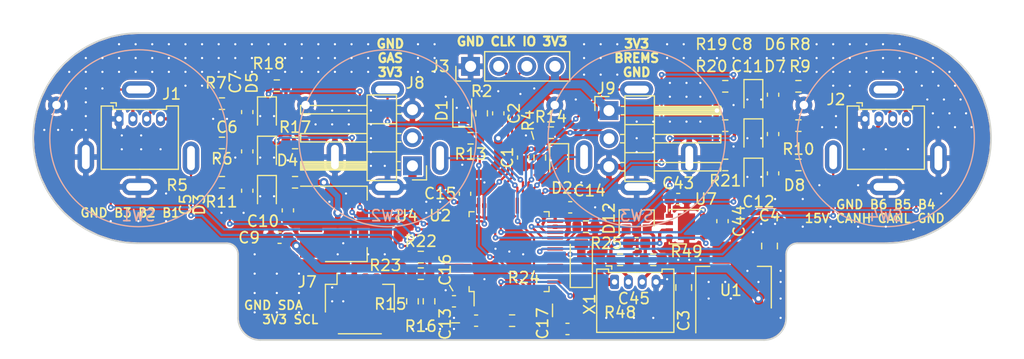
<source format=kicad_pcb>
(kicad_pcb (version 20171130) (host pcbnew 5.1.9-73d0e3b20d~88~ubuntu20.04.1)
  (layers (0 F.Cu signal) (31 B.Cu signal) (34 B.Paste user) (35 F.Paste user) (36 B.SilkS user hide) (37 F.SilkS user) (38 B.Mask user) (39 F.Mask user) (44 Edge.Cuts user))
  (net 0 "")
  (net 1 RAW_BREMSE)
  (net 2 GND)
  (net 3 RAW_GAS)
  (net 4 +5V)
  (net 5 BTN1)
  (net 6 BTN2)
  (net 7 BTN3)
  (net 8 BTN4)
  (net 9 +3V3)
  (net 10 BTN5)
  (net 11 BTN6)
  (net 12 "Net-(C45-Pad1)")
  (net 13 CANL)
  (net 14 CANH)
  (net 15 "Net-(J1-Pad4)")
  (net 16 "Net-(J1-Pad3)")
  (net 17 "Net-(J1-Pad2)")
  (net 18 "Net-(J2-Pad4)")
  (net 19 "Net-(J2-Pad3)")
  (net 20 "Net-(J2-Pad2)")
  (net 21 SWDIO)
  (net 22 SWCLK)
  (net 23 SCL)
  (net 24 SDA)
  (net 25 "Net-(J8-Pad2)")
  (net 26 "Net-(J9-Pad2)")
  (net 27 "Net-(R22-Pad2)")
  (net 28 "Net-(R24-Pad1)")
  (net 29 "Net-(R25-Pad2)")
  (net 30 MDLED1)
  (net 31 MDBT1)
  (net 32 MDLED2)
  (net 33 MDBT2)
  (net 34 MDLED3)
  (net 35 MDBT3)
  (net 36 MDLED4)
  (net 37 MDBT4)
  (net 38 CAN_TX)
  (net 39 CAN_RX)
  (net 40 "Net-(U2-Pad5)")
  (net 41 "Net-(D9-Pad2)")
  (net 42 +15V)
  (module Connector_Molex:Molex_PicoBlade_53048-0410_1x04_P1.25mm_Horizontal (layer F.Cu) (at 98.25 28.25)
    (fp_text reference J1 (at 4.75 -2.25) (layer F.SilkS))
    (fp_text value BTNCON)
    (pad 4 thru_hole oval (at 3.75 0) (size 0.8 1.3) (drill 0.5) (layers *.Cu *.Mask) (net 15 "Net-(J1-Pad4)"))
    (pad 3 thru_hole oval (at 2.5 0) (size 0.8 1.3) (drill 0.5) (layers *.Cu *.Mask) (net 16 "Net-(J1-Pad3)"))
    (pad 2 thru_hole oval (at 1.25 0) (size 0.8 1.3) (drill 0.5) (layers *.Cu *.Mask) (net 17 "Net-(J1-Pad2)"))
    (pad 1 thru_hole roundrect (at 0 0) (size 0.8 1.3) (drill 0.5) (layers *.Cu *.Mask) (net 2 GND))
  )
  (module Package_TO_SOT_SMD:SOT-223-3_TabPin2 (layer F.Cu) (at 153.75 43.5 90)
    (fp_text reference U1 (at -0.25 -0.25 180) (layer F.SilkS))
    (fp_text value UA78M05IDCYR)
    (pad 1 smd rect (at -3.15 -2.3 90) (size 2 1.5) (layers F.Cu F.Paste F.Mask) (net 42 +15V))
    (pad 3 smd rect (at -3.15 2.3 90) (size 2 1.5) (layers F.Cu F.Paste F.Mask) (net 4 +5V))
    (pad 2 smd rect (at -3.15 0 90) (size 2 1.5) (layers F.Cu F.Paste F.Mask) (net 2 GND))
    (pad 2 smd rect (at 3.15 0 90) (size 2 3.8) (layers F.Cu F.Paste F.Mask) (net 2 GND))
  )
  (module Capacitor_SMD:C_0805_2012Metric (layer F.Cu) (at 157 39.75 270)
    (fp_text reference C4 (at -2.75 0 180) (layer F.SilkS))
    (fp_text value 10uF)
    (pad 2 smd roundrect (at 0.9375 0 270) (size 0.975 1.4) (layers F.Cu F.Paste F.Mask) (net 4 +5V))
    (pad 1 smd roundrect (at -0.9375 0 270) (size 0.975 1.4) (layers F.Cu F.Paste F.Mask) (net 2 GND))
  )
  (module Capacitor_SMD:C_0805_2012Metric (layer F.Cu) (at 149.25 43.5 270)
    (fp_text reference C3 (at 3 0 90) (layer F.SilkS))
    (fp_text value 10uF)
    (pad 2 smd roundrect (at 0.9375 0 270) (size 0.975 1.4) (layers F.Cu F.Paste F.Mask) (net 42 +15V))
    (pad 1 smd roundrect (at -0.9375 0 270) (size 0.975 1.4) (layers F.Cu F.Paste F.Mask) (net 2 GND))
  )
  (module Diode_SMD:D_SOD-123 (layer F.Cu) (at 140 41.25 90)
    (fp_text reference D9 hide)
    (fp_text value B5819W)
    (pad 2 smd rect (at 1.65 0 90) (size 0.9 1.2) (layers F.Cu F.Paste F.Mask) (net 41 "Net-(D9-Pad2)"))
    (pad 1 smd rect (at -1.65 0 90) (size 0.9 1.2) (layers F.Cu F.Paste F.Mask) (net 42 +15V))
  )
  (module input-board:switch-16mm (layer B.Cu) (at 145 30 180)
    (fp_text reference SW3 (at 0 -7) (layer B.SilkS) (effects (justify mirror)))
    (fp_text value switch-with-led)
    (pad 5 thru_hole circle (at 7.4 3 180) (size 1.524 1.524) (drill 0.762) (layers *.Cu *.Mask) (net 2 GND))
    (pad 3 thru_hole oval (at 0 -4.4) (size 3 1.5) (drill oval 2.2 0.7) (layers *.Cu *.Mask) (net 2 GND))
    (pad 4 thru_hole oval (at 0 4.4) (size 3 1.5) (drill oval 2.2 0.7) (layers *.Cu *.Mask) (net 34 MDLED3))
    (pad 2 thru_hole oval (at 4.75 -1.7 90) (size 3 1.5) (drill oval 2.2 0.7) (layers *.Cu *.Mask) (net 35 MDBT3))
    (pad 1 thru_hole oval (at -4.75 -1.8 90) (size 3 1.5) (drill oval 2.2 0.7) (layers *.Cu *.Mask) (net 2 GND))
  )
  (module Oscillator:Oscillator_SMD_Abracon_ASDMB-4Pin_2.5x2.0mm (layer F.Cu) (at 138.75 45)
    (fp_text reference X1 (at 2 0 90) (layer F.SilkS))
    (fp_text value ASCO)
    (pad 4 smd rect (at -0.825 -0.775) (size 0.65 0.85) (layers F.Cu F.Paste F.Mask) (net 9 +3V3))
    (pad 3 smd rect (at 0.825 -0.775) (size 0.65 0.85) (layers F.Cu F.Paste F.Mask) (net 40 "Net-(U2-Pad5)"))
    (pad 2 smd rect (at 0.825 0.775) (size 0.65 0.85) (layers F.Cu F.Paste F.Mask) (net 2 GND))
    (pad 1 smd rect (at -0.825 0.775) (size 0.65 0.85) (layers F.Cu F.Paste F.Mask) (net 9 +3V3))
  )
  (module Capacitor_SMD:C_0603_1608Metric (layer F.Cu) (at 138.75 47.25 180)
    (fp_text reference C17 (at 2.25 0.5 90) (layer F.SilkS))
    (fp_text value 100n)
    (pad 2 smd roundrect (at 0.775 0 180) (size 0.9 0.95) (layers F.Cu F.Paste F.Mask) (net 9 +3V3))
    (pad 1 smd roundrect (at -0.775 0 180) (size 0.9 0.95) (layers F.Cu F.Paste F.Mask) (net 2 GND))
  )
  (module Diode_SMD:D_SOD-323 (layer F.Cu) (at 111.608 34.875 270)
    (fp_text reference D3 (at 1.125 6.108 90) (layer F.SilkS))
    (fp_text value CDSOD323)
    (pad 1 smd rect (at -1.05 0 270) (size 0.6 0.45) (layers F.Cu F.Paste F.Mask) (net 5 BTN1))
    (pad 2 smd rect (at 1.05 0 270) (size 0.6 0.45) (layers F.Cu F.Paste F.Mask) (net 2 GND))
  )
  (module Diode_SMD:D_SOD-323 (layer F.Cu) (at 111.608 27.763 270)
    (fp_text reference D5 (at -2.763 1.358 90) (layer F.SilkS))
    (fp_text value CDSOD323)
    (pad 1 smd rect (at -1.05 0 270) (size 0.6 0.45) (layers F.Cu F.Paste F.Mask) (net 7 BTN3))
    (pad 2 smd rect (at 1.05 0 270) (size 0.6 0.45) (layers F.Cu F.Paste F.Mask) (net 2 GND))
  )
  (module input-board:switch-16mm (layer B.Cu) (at 100 30 180)
    (fp_text reference SW1 (at 0 -7) (layer B.SilkS) (effects (justify mirror)))
    (fp_text value switch-with-led)
    (pad 5 thru_hole circle (at 7.4 3 180) (size 1.524 1.524) (drill 0.762) (layers *.Cu *.Mask) (net 2 GND))
    (pad 3 thru_hole oval (at 0 -4.4) (size 3 1.5) (drill oval 2.2 0.7) (layers *.Cu *.Mask) (net 2 GND))
    (pad 4 thru_hole oval (at 0 4.4) (size 3 1.5) (drill oval 2.2 0.7) (layers *.Cu *.Mask) (net 30 MDLED1))
    (pad 2 thru_hole oval (at 4.75 -1.7 90) (size 3 1.5) (drill oval 2.2 0.7) (layers *.Cu *.Mask) (net 2 GND))
    (pad 1 thru_hole oval (at -4.75 -1.8 90) (size 3 1.5) (drill oval 2.2 0.7) (layers *.Cu *.Mask) (net 31 MDBT1))
  )
  (module Connector_Molex:Molex_PicoBlade_53048-0410_1x04_P1.25mm_Horizontal (layer F.Cu) (at 165.625 28.25)
    (fp_text reference J2 (at -2.625 -1.75) (layer F.SilkS))
    (fp_text value BTNCON)
    (pad 1 thru_hole roundrect (at 0 0) (size 0.8 1.3) (drill 0.5) (layers *.Cu *.Mask) (net 2 GND))
    (pad 2 thru_hole oval (at 1.25 0) (size 0.8 1.3) (drill 0.5) (layers *.Cu *.Mask) (net 20 "Net-(J2-Pad2)"))
    (pad 3 thru_hole oval (at 2.5 0) (size 0.8 1.3) (drill 0.5) (layers *.Cu *.Mask) (net 19 "Net-(J2-Pad3)"))
    (pad 4 thru_hole oval (at 3.75 0) (size 0.8 1.3) (drill 0.5) (layers *.Cu *.Mask) (net 18 "Net-(J2-Pad4)"))
  )
  (module Connector_Molex:Molex_PicoBlade_53048-0410_1x04_P1.25mm_Horizontal (layer F.Cu) (at 143 43)
    (fp_text reference J12 hide)
    (fp_text value CAN)
    (pad 4 thru_hole oval (at 3.75 0) (size 0.8 1.3) (drill 0.5) (layers *.Cu *.Mask) (net 2 GND))
    (pad 3 thru_hole oval (at 2.5 0) (size 0.8 1.3) (drill 0.5) (layers *.Cu *.Mask) (net 13 CANL))
    (pad 2 thru_hole oval (at 1.25 0) (size 0.8 1.3) (drill 0.5) (layers *.Cu *.Mask) (net 14 CANH))
    (pad 1 thru_hole roundrect (at 0 0) (size 0.8 1.3) (drill 0.5) (layers *.Cu *.Mask) (net 41 "Net-(D9-Pad2)"))
  )
  (module Package_DFN_QFN:DFN-8-1EP_3x3mm_P0.65mm_EP1.55x2.4mm (layer F.Cu) (at 149.5 38 180)
    (fp_text reference U7 (at -1.75 2.5) (layer F.SilkS))
    (fp_text value MCP2542FDxMF)
    (pad 9 smd rect (at 0 0 180) (size 1.55 2.4) (layers F.Cu F.Mask) (net 2 GND))
    (pad 8 smd rect (at 1.55 -0.975 180) (size 0.65 0.35) (layers F.Cu F.Paste F.Mask) (net 2 GND))
    (pad 7 smd rect (at 1.55 -0.325 180) (size 0.65 0.35) (layers F.Cu F.Paste F.Mask) (net 14 CANH))
    (pad 6 smd rect (at 1.55 0.325 180) (size 0.65 0.35) (layers F.Cu F.Paste F.Mask) (net 13 CANL))
    (pad 5 smd rect (at 1.55 0.975 180) (size 0.65 0.35) (layers F.Cu F.Paste F.Mask) (net 9 +3V3))
    (pad 4 smd rect (at -1.55 0.975 180) (size 0.65 0.35) (layers F.Cu F.Paste F.Mask) (net 39 CAN_RX))
    (pad 3 smd rect (at -1.55 0.325 180) (size 0.65 0.35) (layers F.Cu F.Paste F.Mask) (net 4 +5V))
    (pad 2 smd rect (at -1.55 -0.325 180) (size 0.65 0.35) (layers F.Cu F.Paste F.Mask) (net 2 GND))
    (pad 1 smd rect (at -1.55 -0.975 180) (size 0.65 0.35) (layers F.Cu F.Paste F.Mask) (net 38 CAN_TX))
  )
  (module Package_TO_SOT_SMD:SOT-223-3_TabPin2 (layer F.Cu) (at 118.75 37.75)
    (fp_text reference U4 (at 5.5 -0.75 -180) (layer F.SilkS))
    (fp_text value AMS1117-3.3)
    (pad 1 smd rect (at -3.15 -2.3) (size 2 1.5) (layers F.Cu F.Paste F.Mask) (net 2 GND))
    (pad 3 smd rect (at -3.15 2.3) (size 2 1.5) (layers F.Cu F.Paste F.Mask) (net 4 +5V))
    (pad 2 smd rect (at -3.15 0) (size 2 1.5) (layers F.Cu F.Paste F.Mask) (net 9 +3V3))
    (pad 2 smd rect (at 3.15 0) (size 2 3.8) (layers F.Cu F.Paste F.Mask) (net 9 +3V3))
  )
  (module Package_QFP:LQFP-48_7x7mm_P0.5mm (layer F.Cu) (at 133.477 40.259 90)
    (fp_text reference U2 (at 3.259 -6.227 180) (layer F.SilkS))
    (fp_text value STM32F103C8Tx)
    (pad 1 smd roundrect (at -4.1625 -2.75 90) (size 1.475 0.3) (layers F.Cu F.Paste F.Mask))
    (pad 2 smd roundrect (at -4.1625 -2.25 90) (size 1.475 0.3) (layers F.Cu F.Paste F.Mask))
    (pad 3 smd roundrect (at -4.1625 -1.75 90) (size 1.475 0.3) (layers F.Cu F.Paste F.Mask))
    (pad 4 smd roundrect (at -4.1625 -1.25 90) (size 1.475 0.3) (layers F.Cu F.Paste F.Mask))
    (pad 5 smd roundrect (at -4.1625 -0.75 90) (size 1.475 0.3) (layers F.Cu F.Paste F.Mask) (net 40 "Net-(U2-Pad5)"))
    (pad 6 smd roundrect (at -4.1625 -0.25 90) (size 1.475 0.3) (layers F.Cu F.Paste F.Mask))
    (pad 7 smd roundrect (at -4.1625 0.25 90) (size 1.475 0.3) (layers F.Cu F.Paste F.Mask) (net 28 "Net-(R24-Pad1)"))
    (pad 8 smd roundrect (at -4.1625 0.75 90) (size 1.475 0.3) (layers F.Cu F.Paste F.Mask) (net 2 GND))
    (pad 9 smd roundrect (at -4.1625 1.25 90) (size 1.475 0.3) (layers F.Cu F.Paste F.Mask) (net 9 +3V3))
    (pad 10 smd roundrect (at -4.1625 1.75 90) (size 1.475 0.3) (layers F.Cu F.Paste F.Mask) (net 3 RAW_GAS))
    (pad 11 smd roundrect (at -4.1625 2.25 90) (size 1.475 0.3) (layers F.Cu F.Paste F.Mask) (net 1 RAW_BREMSE))
    (pad 12 smd roundrect (at -4.1625 2.75 90) (size 1.475 0.3) (layers F.Cu F.Paste F.Mask))
    (pad 13 smd roundrect (at -2.75 4.1625 90) (size 0.3 1.475) (layers F.Cu F.Paste F.Mask))
    (pad 14 smd roundrect (at -2.25 4.1625 90) (size 0.3 1.475) (layers F.Cu F.Paste F.Mask))
    (pad 15 smd roundrect (at -1.75 4.1625 90) (size 0.3 1.475) (layers F.Cu F.Paste F.Mask))
    (pad 16 smd roundrect (at -1.25 4.1625 90) (size 0.3 1.475) (layers F.Cu F.Paste F.Mask))
    (pad 17 smd roundrect (at -0.75 4.1625 90) (size 0.3 1.475) (layers F.Cu F.Paste F.Mask))
    (pad 18 smd roundrect (at -0.25 4.1625 90) (size 0.3 1.475) (layers F.Cu F.Paste F.Mask) (net 37 MDBT4))
    (pad 19 smd roundrect (at 0.25 4.1625 90) (size 0.3 1.475) (layers F.Cu F.Paste F.Mask) (net 36 MDLED4))
    (pad 20 smd roundrect (at 0.75 4.1625 90) (size 0.3 1.475) (layers F.Cu F.Paste F.Mask) (net 29 "Net-(R25-Pad2)"))
    (pad 21 smd roundrect (at 1.25 4.1625 90) (size 0.3 1.475) (layers F.Cu F.Paste F.Mask) (net 11 BTN6))
    (pad 22 smd roundrect (at 1.75 4.1625 90) (size 0.3 1.475) (layers F.Cu F.Paste F.Mask) (net 10 BTN5))
    (pad 23 smd roundrect (at 2.25 4.1625 90) (size 0.3 1.475) (layers F.Cu F.Paste F.Mask) (net 2 GND))
    (pad 24 smd roundrect (at 2.75 4.1625 90) (size 0.3 1.475) (layers F.Cu F.Paste F.Mask) (net 9 +3V3))
    (pad 25 smd roundrect (at 4.1625 2.75 90) (size 1.475 0.3) (layers F.Cu F.Paste F.Mask) (net 8 BTN4))
    (pad 26 smd roundrect (at 4.1625 2.25 90) (size 1.475 0.3) (layers F.Cu F.Paste F.Mask) (net 35 MDBT3))
    (pad 27 smd roundrect (at 4.1625 1.75 90) (size 1.475 0.3) (layers F.Cu F.Paste F.Mask) (net 34 MDLED3))
    (pad 28 smd roundrect (at 4.1625 1.25 90) (size 1.475 0.3) (layers F.Cu F.Paste F.Mask) (net 32 MDLED2))
    (pad 29 smd roundrect (at 4.1625 0.75 90) (size 1.475 0.3) (layers F.Cu F.Paste F.Mask) (net 33 MDBT2))
    (pad 30 smd roundrect (at 4.1625 0.25 90) (size 1.475 0.3) (layers F.Cu F.Paste F.Mask))
    (pad 31 smd roundrect (at 4.1625 -0.25 90) (size 1.475 0.3) (layers F.Cu F.Paste F.Mask))
    (pad 32 smd roundrect (at 4.1625 -0.75 90) (size 1.475 0.3) (layers F.Cu F.Paste F.Mask) (net 39 CAN_RX))
    (pad 33 smd roundrect (at 4.1625 -1.25 90) (size 1.475 0.3) (layers F.Cu F.Paste F.Mask) (net 38 CAN_TX))
    (pad 34 smd roundrect (at 4.1625 -1.75 90) (size 1.475 0.3) (layers F.Cu F.Paste F.Mask) (net 21 SWDIO))
    (pad 35 smd roundrect (at 4.1625 -2.25 90) (size 1.475 0.3) (layers F.Cu F.Paste F.Mask) (net 2 GND))
    (pad 36 smd roundrect (at 4.1625 -2.75 90) (size 1.475 0.3) (layers F.Cu F.Paste F.Mask) (net 9 +3V3))
    (pad 37 smd roundrect (at 2.75 -4.1625 90) (size 0.3 1.475) (layers F.Cu F.Paste F.Mask) (net 22 SWCLK))
    (pad 38 smd roundrect (at 2.25 -4.1625 90) (size 0.3 1.475) (layers F.Cu F.Paste F.Mask) (net 7 BTN3))
    (pad 39 smd roundrect (at 1.75 -4.1625 90) (size 0.3 1.475) (layers F.Cu F.Paste F.Mask) (net 6 BTN2))
    (pad 40 smd roundrect (at 1.25 -4.1625 90) (size 0.3 1.475) (layers F.Cu F.Paste F.Mask) (net 5 BTN1))
    (pad 41 smd roundrect (at 0.75 -4.1625 90) (size 0.3 1.475) (layers F.Cu F.Paste F.Mask))
    (pad 42 smd roundrect (at 0.25 -4.1625 90) (size 0.3 1.475) (layers F.Cu F.Paste F.Mask) (net 30 MDLED1))
    (pad 43 smd roundrect (at -0.25 -4.1625 90) (size 0.3 1.475) (layers F.Cu F.Paste F.Mask) (net 31 MDBT1))
    (pad 44 smd roundrect (at -0.75 -4.1625 90) (size 0.3 1.475) (layers F.Cu F.Paste F.Mask) (net 27 "Net-(R22-Pad2)"))
    (pad 45 smd roundrect (at -1.25 -4.1625 90) (size 0.3 1.475) (layers F.Cu F.Paste F.Mask) (net 23 SCL))
    (pad 46 smd roundrect (at -1.75 -4.1625 90) (size 0.3 1.475) (layers F.Cu F.Paste F.Mask) (net 24 SDA))
    (pad 47 smd roundrect (at -2.25 -4.1625 90) (size 0.3 1.475) (layers F.Cu F.Paste F.Mask) (net 2 GND))
    (pad 48 smd roundrect (at -2.75 -4.1625 90) (size 0.3 1.475) (layers F.Cu F.Paste F.Mask) (net 9 +3V3))
  )
  (module input-board:switch-16mm (layer B.Cu) (at 167.5 30 180)
    (fp_text reference SW4 (at 0 -7) (layer B.SilkS) (effects (justify mirror)))
    (fp_text value switch-with-led)
    (pad 5 thru_hole circle (at 7.4 3 180) (size 1.524 1.524) (drill 0.762) (layers *.Cu *.Mask) (net 2 GND))
    (pad 3 thru_hole oval (at 0 -4.4) (size 3 1.5) (drill oval 2.2 0.7) (layers *.Cu *.Mask) (net 2 GND))
    (pad 4 thru_hole oval (at 0 4.4) (size 3 1.5) (drill oval 2.2 0.7) (layers *.Cu *.Mask) (net 36 MDLED4))
    (pad 2 thru_hole oval (at 4.75 -1.7 90) (size 3 1.5) (drill oval 2.2 0.7) (layers *.Cu *.Mask) (net 37 MDBT4))
    (pad 1 thru_hole oval (at -4.75 -1.8 90) (size 3 1.5) (drill oval 2.2 0.7) (layers *.Cu *.Mask) (net 2 GND))
  )
  (module input-board:switch-16mm (layer B.Cu) (at 122.5 30 180)
    (fp_text reference SW2 (at 0 -7) (layer B.SilkS) (effects (justify mirror)))
    (fp_text value switch-with-led)
    (pad 5 thru_hole circle (at 7.4 3 180) (size 1.524 1.524) (drill 0.762) (layers *.Cu *.Mask) (net 2 GND))
    (pad 3 thru_hole oval (at 0 -4.4) (size 3 1.5) (drill oval 2.2 0.7) (layers *.Cu *.Mask) (net 2 GND))
    (pad 4 thru_hole oval (at 0 4.4) (size 3 1.5) (drill oval 2.2 0.7) (layers *.Cu *.Mask) (net 32 MDLED2))
    (pad 2 thru_hole oval (at 4.75 -1.7 90) (size 3 1.5) (drill oval 2.2 0.7) (layers *.Cu *.Mask) (net 2 GND))
    (pad 1 thru_hole oval (at -4.75 -1.8 90) (size 3 1.5) (drill oval 2.2 0.7) (layers *.Cu *.Mask) (net 33 MDBT2))
  )
  (module Resistor_SMD:R_0603_1608Metric (layer F.Cu) (at 146.5 41)
    (fp_text reference R49 (at 3 -0.75) (layer F.SilkS))
    (fp_text value 56R)
    (pad 2 smd roundrect (at 0.825 0) (size 0.8 0.95) (layers F.Cu F.Paste F.Mask) (net 13 CANL))
    (pad 1 smd roundrect (at -0.825 0) (size 0.8 0.95) (layers F.Cu F.Paste F.Mask) (net 12 "Net-(C45-Pad1)"))
  )
  (module Resistor_SMD:R_0603_1608Metric (layer F.Cu) (at 143.5 41)
    (fp_text reference R48 (at 0 4.75) (layer F.SilkS))
    (fp_text value 56R)
    (pad 2 smd roundrect (at 0.825 0) (size 0.8 0.95) (layers F.Cu F.Paste F.Mask) (net 12 "Net-(C45-Pad1)"))
    (pad 1 smd roundrect (at -0.825 0) (size 0.8 0.95) (layers F.Cu F.Paste F.Mask) (net 14 CANH))
  )
  (module Resistor_SMD:R_0603_1608Metric (layer F.Cu) (at 140.425 38 180)
    (fp_text reference R25 (at -1.825 -1.5) (layer F.SilkS))
    (fp_text value 100K)
    (pad 2 smd roundrect (at 0.825 0 180) (size 0.8 0.95) (layers F.Cu F.Paste F.Mask) (net 29 "Net-(R25-Pad2)"))
    (pad 1 smd roundrect (at -0.825 0 180) (size 0.8 0.95) (layers F.Cu F.Paste F.Mask) (net 2 GND))
  )
  (module Resistor_SMD:R_0603_1608Metric (layer F.Cu) (at 133.75 46.5)
    (fp_text reference R24 (at 1.05 -3.9 180) (layer F.SilkS))
    (fp_text value 10K)
    (pad 2 smd roundrect (at 0.825 0) (size 0.8 0.95) (layers F.Cu F.Paste F.Mask) (net 9 +3V3))
    (pad 1 smd roundrect (at -0.825 0) (size 0.8 0.95) (layers F.Cu F.Paste F.Mask) (net 28 "Net-(R24-Pad1)"))
  )
  (module Resistor_SMD:R_0603_1608Metric (layer F.Cu) (at 125.5 42.25 180)
    (fp_text reference R23 (at 3.2 0.75) (layer F.SilkS))
    (fp_text value 10K)
    (pad 2 smd roundrect (at 0.825 0 180) (size 0.8 0.95) (layers F.Cu F.Paste F.Mask) (net 9 +3V3))
    (pad 1 smd roundrect (at -0.825 0 180) (size 0.8 0.95) (layers F.Cu F.Paste F.Mask) (net 27 "Net-(R22-Pad2)"))
  )
  (module Resistor_SMD:R_0603_1608Metric (layer F.Cu) (at 125.5 40.75)
    (fp_text reference R22 (at 0 -1.43) (layer F.SilkS))
    (fp_text value 10K)
    (pad 2 smd roundrect (at 0.825 0) (size 0.8 0.95) (layers F.Cu F.Paste F.Mask) (net 27 "Net-(R22-Pad2)"))
    (pad 1 smd roundrect (at -0.825 0) (size 0.8 0.95) (layers F.Cu F.Paste F.Mask) (net 2 GND))
  )
  (module Resistor_SMD:R_0603_1608Metric (layer F.Cu) (at 153.002 32.418 180)
    (fp_text reference R21 (at 0 -1.43) (layer F.SilkS))
    (fp_text value 10K)
    (pad 1 smd roundrect (at -0.825 0 180) (size 0.8 0.95) (layers F.Cu F.Paste F.Mask) (net 11 BTN6))
    (pad 2 smd roundrect (at 0.825 0 180) (size 0.8 0.95) (layers F.Cu F.Paste F.Mask) (net 9 +3V3))
  )
  (module Resistor_SMD:R_0603_1608Metric (layer F.Cu) (at 153.002 28.862 180)
    (fp_text reference R20 (at 1.252 5.362) (layer F.SilkS))
    (fp_text value 10K)
    (pad 1 smd roundrect (at -0.825 0 180) (size 0.8 0.95) (layers F.Cu F.Paste F.Mask) (net 10 BTN5))
    (pad 2 smd roundrect (at 0.825 0 180) (size 0.8 0.95) (layers F.Cu F.Paste F.Mask) (net 9 +3V3))
  )
  (module Resistor_SMD:R_0603_1608Metric (layer F.Cu) (at 153.002 25.306 180)
    (fp_text reference R19 (at 1.252 3.806) (layer F.SilkS))
    (fp_text value 10K)
    (pad 1 smd roundrect (at -0.825 0 180) (size 0.8 0.95) (layers F.Cu F.Paste F.Mask) (net 8 BTN4))
    (pad 2 smd roundrect (at 0.825 0 180) (size 0.8 0.95) (layers F.Cu F.Paste F.Mask) (net 9 +3V3))
  )
  (module Resistor_SMD:R_0603_1608Metric (layer F.Cu) (at 112.5 25.25)
    (fp_text reference R18 (at -0.75 -2) (layer F.SilkS))
    (fp_text value 10K)
    (pad 1 smd roundrect (at -0.825 0) (size 0.8 0.95) (layers F.Cu F.Paste F.Mask) (net 7 BTN3))
    (pad 2 smd roundrect (at 0.825 0) (size 0.8 0.95) (layers F.Cu F.Paste F.Mask) (net 9 +3V3))
  )
  (module Resistor_SMD:R_0603_1608Metric (layer F.Cu) (at 114.148 30.43)
    (fp_text reference R17 (at 0 -1.43) (layer F.SilkS))
    (fp_text value 10K)
    (pad 1 smd roundrect (at -0.825 0) (size 0.8 0.95) (layers F.Cu F.Paste F.Mask) (net 6 BTN2))
    (pad 2 smd roundrect (at 0.825 0) (size 0.8 0.95) (layers F.Cu F.Paste F.Mask) (net 9 +3V3))
  )
  (module Resistor_SMD:R_0603_1608Metric (layer F.Cu) (at 126.25 44.75 270)
    (fp_text reference R16 (at 2.25 0.75) (layer F.SilkS))
    (fp_text value 4K7)
    (pad 2 smd roundrect (at 0.825 0 270) (size 0.8 0.95) (layers F.Cu F.Paste F.Mask) (net 9 +3V3))
    (pad 1 smd roundrect (at -0.825 0 270) (size 0.8 0.95) (layers F.Cu F.Paste F.Mask) (net 24 SDA))
  )
  (module Resistor_SMD:R_0603_1608Metric (layer F.Cu) (at 124.75 44.75 270)
    (fp_text reference R15 (at 0.25 2) (layer F.SilkS))
    (fp_text value 4K7)
    (pad 2 smd roundrect (at 0.825 0 270) (size 0.8 0.95) (layers F.Cu F.Paste F.Mask) (net 9 +3V3))
    (pad 1 smd roundrect (at -0.825 0 270) (size 0.8 0.95) (layers F.Cu F.Paste F.Mask) (net 23 SCL))
  )
  (module Resistor_SMD:R_0603_1608Metric (layer F.Cu) (at 137.25 29.5)
    (fp_text reference R14 (at 0 -1.43) (layer F.SilkS))
    (fp_text value 1K)
    (pad 2 smd roundrect (at 0.825 0) (size 0.8 0.95) (layers F.Cu F.Paste F.Mask) (net 26 "Net-(J9-Pad2)"))
    (pad 1 smd roundrect (at -0.825 0) (size 0.8 0.95) (layers F.Cu F.Paste F.Mask) (net 1 RAW_BREMSE))
  )
  (module Resistor_SMD:R_0603_1608Metric (layer F.Cu) (at 130 30 180)
    (fp_text reference R13 (at 0 -1.43) (layer F.SilkS))
    (fp_text value 1K)
    (pad 2 smd roundrect (at 0.825 0 180) (size 0.8 0.95) (layers F.Cu F.Paste F.Mask) (net 25 "Net-(J8-Pad2)"))
    (pad 1 smd roundrect (at -0.825 0 180) (size 0.8 0.95) (layers F.Cu F.Paste F.Mask) (net 3 RAW_GAS))
  )
  (module Resistor_SMD:R_0603_1608Metric (layer F.Cu) (at 114.148 33.986)
    (fp_text reference R11 (at -6.648 1.764) (layer F.SilkS))
    (fp_text value 10K)
    (pad 1 smd roundrect (at -0.825 0) (size 0.8 0.95) (layers F.Cu F.Paste F.Mask) (net 5 BTN1))
    (pad 2 smd roundrect (at 0.825 0) (size 0.8 0.95) (layers F.Cu F.Paste F.Mask) (net 9 +3V3))
  )
  (module Resistor_SMD:R_0603_1608Metric (layer F.Cu) (at 159.606 32.418)
    (fp_text reference R10 (at 0 -1.43) (layer F.SilkS))
    (fp_text value 1K)
    (pad 1 smd roundrect (at -0.825 0) (size 0.8 0.95) (layers F.Cu F.Paste F.Mask) (net 11 BTN6))
    (pad 2 smd roundrect (at 0.825 0) (size 0.8 0.95) (layers F.Cu F.Paste F.Mask) (net 20 "Net-(J2-Pad2)"))
  )
  (module Resistor_SMD:R_0603_1608Metric (layer F.Cu) (at 159.606 28.862)
    (fp_text reference R9 (at 0.144 -5.362) (layer F.SilkS))
    (fp_text value 1K)
    (pad 1 smd roundrect (at -0.825 0) (size 0.8 0.95) (layers F.Cu F.Paste F.Mask) (net 10 BTN5))
    (pad 2 smd roundrect (at 0.825 0) (size 0.8 0.95) (layers F.Cu F.Paste F.Mask) (net 19 "Net-(J2-Pad3)"))
  )
  (module Resistor_SMD:R_0603_1608Metric (layer F.Cu) (at 159.606 25.306)
    (fp_text reference R8 (at 0.144 -3.806) (layer F.SilkS))
    (fp_text value 1K)
    (pad 1 smd roundrect (at -0.825 0) (size 0.8 0.95) (layers F.Cu F.Paste F.Mask) (net 8 BTN4))
    (pad 2 smd roundrect (at 0.825 0) (size 0.8 0.95) (layers F.Cu F.Paste F.Mask) (net 18 "Net-(J2-Pad4)"))
  )
  (module Resistor_SMD:R_0603_1608Metric (layer F.Cu) (at 107.544 26.874 180)
    (fp_text reference R7 (at 0.544 1.874) (layer F.SilkS))
    (fp_text value 1K)
    (pad 1 smd roundrect (at -0.825 0 180) (size 0.8 0.95) (layers F.Cu F.Paste F.Mask) (net 7 BTN3))
    (pad 2 smd roundrect (at 0.825 0 180) (size 0.8 0.95) (layers F.Cu F.Paste F.Mask) (net 17 "Net-(J1-Pad2)"))
  )
  (module Resistor_SMD:R_0603_1608Metric (layer F.Cu) (at 107.544 30.43 180)
    (fp_text reference R6 (at 0 -1.43) (layer F.SilkS))
    (fp_text value 1K)
    (pad 1 smd roundrect (at -0.825 0 180) (size 0.8 0.95) (layers F.Cu F.Paste F.Mask) (net 6 BTN2))
    (pad 2 smd roundrect (at 0.825 0 180) (size 0.8 0.95) (layers F.Cu F.Paste F.Mask) (net 16 "Net-(J1-Pad3)"))
  )
  (module Resistor_SMD:R_0603_1608Metric (layer F.Cu) (at 107.544 33.986 180)
    (fp_text reference R5 (at 4.044 -0.264) (layer F.SilkS))
    (fp_text value 1K)
    (pad 1 smd roundrect (at -0.825 0 180) (size 0.8 0.95) (layers F.Cu F.Paste F.Mask) (net 5 BTN1))
    (pad 2 smd roundrect (at 0.825 0 180) (size 0.8 0.95) (layers F.Cu F.Paste F.Mask) (net 15 "Net-(J1-Pad4)"))
  )
  (module Resistor_SMD:R_0603_1608Metric (layer F.Cu) (at 136.25 31.75 270)
    (fp_text reference R4 (at -3.35 1.05 270) (layer F.SilkS))
    (fp_text value 10K)
    (pad 2 smd roundrect (at 0.825 0 270) (size 0.8 0.95) (layers F.Cu F.Paste F.Mask) (net 2 GND))
    (pad 1 smd roundrect (at -0.825 0 270) (size 0.8 0.95) (layers F.Cu F.Paste F.Mask) (net 1 RAW_BREMSE))
  )
  (module Resistor_SMD:R_0603_1608Metric (layer F.Cu) (at 131 27.75 90)
    (fp_text reference R2 (at 2 0 180) (layer F.SilkS))
    (fp_text value 10K)
    (pad 2 smd roundrect (at 0.825 0 90) (size 0.8 0.95) (layers F.Cu F.Paste F.Mask) (net 2 GND))
    (pad 1 smd roundrect (at -0.825 0 90) (size 0.8 0.95) (layers F.Cu F.Paste F.Mask) (net 3 RAW_GAS))
  )
  (module Connector_PinHeader_2.54mm:PinHeader_1x03_P2.54mm_Horizontal (layer F.Cu) (at 142.5 27.5)
    (fp_text reference J9 (at -0.25 -2) (layer F.SilkS))
    (fp_text value BREMSE)
    (pad 3 thru_hole oval (at 0 5.08) (size 1.7 1.7) (drill 1) (layers *.Cu *.Mask) (net 2 GND))
    (pad 2 thru_hole oval (at 0 2.54) (size 1.7 1.7) (drill 1) (layers *.Cu *.Mask) (net 26 "Net-(J9-Pad2)"))
    (pad 1 thru_hole rect (at 0 0) (size 1.7 1.7) (drill 1) (layers *.Cu *.Mask) (net 9 +3V3))
  )
  (module Connector_PinHeader_2.54mm:PinHeader_1x03_P2.54mm_Horizontal (layer F.Cu) (at 124.75 32.5 180)
    (fp_text reference J8 (at -0.25 7.5) (layer F.SilkS))
    (fp_text value GAS)
    (pad 3 thru_hole oval (at 0 5.08 180) (size 1.7 1.7) (drill 1) (layers *.Cu *.Mask) (net 2 GND))
    (pad 2 thru_hole oval (at 0 2.54 180) (size 1.7 1.7) (drill 1) (layers *.Cu *.Mask) (net 25 "Net-(J8-Pad2)"))
    (pad 1 thru_hole rect (at 0 0 180) (size 1.7 1.7) (drill 1) (layers *.Cu *.Mask) (net 9 +3V3))
  )
  (module Connector_JST:JST_SH_SM04B-SRSS-TB_1x04-1MP_P1.00mm_Horizontal (layer F.Cu) (at 120 45)
    (fp_text reference J7 (at -4.75 -2) (layer F.SilkS))
    (fp_text value I2C)
    (pad MP smd roundrect (at 2.8 1.875) (size 1.2 1.8) (layers F.Cu F.Paste F.Mask) (roundrect_rratio 0.208333))
    (pad MP smd roundrect (at -2.8 1.875) (size 1.2 1.8) (layers F.Cu F.Paste F.Mask) (roundrect_rratio 0.208333))
    (pad 4 smd roundrect (at 1.5 -2) (size 0.6 1.55) (layers F.Cu F.Paste F.Mask) (net 23 SCL))
    (pad 3 smd roundrect (at 0.5 -2) (size 0.6 1.55) (layers F.Cu F.Paste F.Mask) (net 24 SDA))
    (pad 2 smd roundrect (at -0.5 -2) (size 0.6 1.55) (layers F.Cu F.Paste F.Mask) (net 9 +3V3))
    (pad 1 smd roundrect (at -1.5 -2) (size 0.6 1.55) (layers F.Cu F.Paste F.Mask) (net 2 GND))
  )
  (module Connector_PinHeader_2.54mm:PinHeader_1x04_P2.54mm_Vertical (layer F.Cu) (at 130 23.5 90)
    (fp_text reference J3 (at 0 -2.75 180) (layer F.SilkS))
    (fp_text value SWD)
    (pad 1 thru_hole rect (at 0 0 90) (size 1.7 1.7) (drill 1) (layers *.Cu *.Mask) (net 2 GND))
    (pad 2 thru_hole oval (at 0 2.54 90) (size 1.7 1.7) (drill 1) (layers *.Cu *.Mask) (net 22 SWCLK))
    (pad 3 thru_hole oval (at 0 5.08 90) (size 1.7 1.7) (drill 1) (layers *.Cu *.Mask) (net 21 SWDIO))
    (pad 4 thru_hole oval (at 0 7.62 90) (size 1.7 1.7) (drill 1) (layers *.Cu *.Mask) (net 9 +3V3))
  )
  (module Package_TO_SOT_SMD:SOT-23 (layer F.Cu) (at 145 37.25 90)
    (fp_text reference D12 (at 0 -2.5 90) (layer F.SilkS))
    (fp_text value NUP2105L)
    (pad 3 smd rect (at 1 0 90) (size 0.9 0.8) (layers F.Cu F.Paste F.Mask) (net 2 GND))
    (pad 2 smd rect (at -1 0.95 90) (size 0.9 0.8) (layers F.Cu F.Paste F.Mask) (net 13 CANL))
    (pad 1 smd rect (at -1 -0.95 90) (size 0.9 0.8) (layers F.Cu F.Paste F.Mask) (net 14 CANH))
  )
  (module Diode_SMD:D_SOD-323 (layer F.Cu) (at 155.542 33.307 270)
    (fp_text reference D8 (at 0.943 -3.708 180) (layer F.SilkS))
    (fp_text value CDSOD323)
    (pad 1 smd rect (at -1.05 0 270) (size 0.6 0.45) (layers F.Cu F.Paste F.Mask) (net 11 BTN6))
    (pad 2 smd rect (at 1.05 0 270) (size 0.6 0.45) (layers F.Cu F.Paste F.Mask) (net 2 GND))
  )
  (module Diode_SMD:D_SOD-323 (layer F.Cu) (at 155.542 29.751 270)
    (fp_text reference D7 (at -6.251 -1.958 180) (layer F.SilkS))
    (fp_text value CDSOD323)
    (pad 1 smd rect (at -1.05 0 270) (size 0.6 0.45) (layers F.Cu F.Paste F.Mask) (net 10 BTN5))
    (pad 2 smd rect (at 1.05 0 270) (size 0.6 0.45) (layers F.Cu F.Paste F.Mask) (net 2 GND))
  )
  (module Diode_SMD:D_SOD-323 (layer F.Cu) (at 155.542 26.195 270)
    (fp_text reference D6 (at -4.695 -1.958 180) (layer F.SilkS))
    (fp_text value CDSOD323)
    (pad 1 smd rect (at -1.05 0 270) (size 0.6 0.45) (layers F.Cu F.Paste F.Mask) (net 8 BTN4))
    (pad 2 smd rect (at 1.05 0 270) (size 0.6 0.45) (layers F.Cu F.Paste F.Mask) (net 2 GND))
  )
  (module Diode_SMD:D_SOD-323 (layer F.Cu) (at 111.608 31.319 270)
    (fp_text reference D4 (at 0.681 -1.85 180) (layer F.SilkS))
    (fp_text value CDSOD323)
    (pad 1 smd rect (at -1.05 0 270) (size 0.6 0.45) (layers F.Cu F.Paste F.Mask) (net 6 BTN2))
    (pad 2 smd rect (at 1.05 0 270) (size 0.6 0.45) (layers F.Cu F.Paste F.Mask) (net 2 GND))
  )
  (module Diode_SMD:D_SOD-323 (layer F.Cu) (at 138 32 270)
    (fp_text reference D2 (at 2.5 -0.25 180) (layer F.SilkS))
    (fp_text value CDSOD323)
    (pad 2 smd rect (at 1.05 0 270) (size 0.6 0.45) (layers F.Cu F.Paste F.Mask) (net 2 GND))
    (pad 1 smd rect (at -1.05 0 270) (size 0.6 0.45) (layers F.Cu F.Paste F.Mask) (net 1 RAW_BREMSE))
  )
  (module Diode_SMD:D_SOD-323 (layer F.Cu) (at 129.25 27.5 90)
    (fp_text reference D1 (at 0 -1.85 90) (layer F.SilkS))
    (fp_text value CDSOD323)
    (pad 2 smd rect (at 1.05 0 90) (size 0.6 0.45) (layers F.Cu F.Paste F.Mask) (net 2 GND))
    (pad 1 smd rect (at -1.05 0 90) (size 0.6 0.45) (layers F.Cu F.Paste F.Mask) (net 3 RAW_GAS))
  )
  (module Capacitor_SMD:C_0603_1608Metric (layer F.Cu) (at 145 39.5 180)
    (fp_text reference C45 (at 0.25 -5) (layer F.SilkS))
    (fp_text value 100n)
    (pad 2 smd roundrect (at 0.775 0 180) (size 0.9 0.95) (layers F.Cu F.Paste F.Mask) (net 2 GND))
    (pad 1 smd roundrect (at -0.775 0 180) (size 0.9 0.95) (layers F.Cu F.Paste F.Mask) (net 12 "Net-(C45-Pad1)"))
  )
  (module Capacitor_SMD:C_0603_1608Metric (layer F.Cu) (at 152.75 37.5 270)
    (fp_text reference C44 (at 0 -1.5 90) (layer F.SilkS))
    (fp_text value 100n)
    (pad 2 smd roundrect (at 0.775 0 270) (size 0.9 0.95) (layers F.Cu F.Paste F.Mask) (net 2 GND))
    (pad 1 smd roundrect (at -0.775 0 270) (size 0.9 0.95) (layers F.Cu F.Paste F.Mask) (net 4 +5V))
  )
  (module Capacitor_SMD:C_0603_1608Metric (layer F.Cu) (at 148.75 35.5)
    (fp_text reference C43 (at 0 -1.43) (layer F.SilkS))
    (fp_text value 100n)
    (pad 2 smd roundrect (at 0.775 0) (size 0.9 0.95) (layers F.Cu F.Paste F.Mask) (net 2 GND))
    (pad 1 smd roundrect (at -0.775 0) (size 0.9 0.95) (layers F.Cu F.Paste F.Mask) (net 9 +3V3))
  )
  (module Capacitor_SMD:C_0603_1608Metric (layer F.Cu) (at 128.5 44.75)
    (fp_text reference C16 (at -0.8 -2.85 90) (layer F.SilkS))
    (fp_text value 100n)
    (pad 2 smd roundrect (at 0.775 0) (size 0.9 0.95) (layers F.Cu F.Paste F.Mask) (net 9 +3V3))
    (pad 1 smd roundrect (at -0.775 0) (size 0.9 0.95) (layers F.Cu F.Paste F.Mask) (net 2 GND))
  )
  (module Capacitor_SMD:C_0603_1608Metric (layer F.Cu) (at 129.5 35.025 270)
    (fp_text reference C15 (at -0.025 2.25 180) (layer F.SilkS))
    (fp_text value 100n)
    (pad 2 smd roundrect (at 0.775 0 270) (size 0.9 0.95) (layers F.Cu F.Paste F.Mask) (net 9 +3V3))
    (pad 1 smd roundrect (at -0.775 0 270) (size 0.9 0.95) (layers F.Cu F.Paste F.Mask) (net 2 GND))
  )
  (module Capacitor_SMD:C_0603_1608Metric (layer F.Cu) (at 139 36.25 180)
    (fp_text reference C14 (at -1.75 1.5) (layer F.SilkS))
    (fp_text value 100n)
    (pad 2 smd roundrect (at 0.775 0 180) (size 0.9 0.95) (layers F.Cu F.Paste F.Mask) (net 9 +3V3))
    (pad 1 smd roundrect (at -0.775 0 180) (size 0.9 0.95) (layers F.Cu F.Paste F.Mask) (net 2 GND))
  )
  (module Capacitor_SMD:C_0603_1608Metric (layer F.Cu) (at 130.5 46.5)
    (fp_text reference C13 (at -2.8 0.3 90) (layer F.SilkS))
    (fp_text value 100n)
    (pad 2 smd roundrect (at 0.775 0) (size 0.9 0.95) (layers F.Cu F.Paste F.Mask) (net 9 +3V3))
    (pad 1 smd roundrect (at -0.775 0) (size 0.9 0.95) (layers F.Cu F.Paste F.Mask) (net 2 GND))
  )
  (module Capacitor_SMD:C_0603_1608Metric (layer F.Cu) (at 157.32 33.18 90)
    (fp_text reference C12 (at -2.57 -1.32 180) (layer F.SilkS))
    (fp_text value 100n)
    (pad 1 smd roundrect (at -0.775 0 90) (size 0.9 0.95) (layers F.Cu F.Paste F.Mask) (net 2 GND))
    (pad 2 smd roundrect (at 0.775 0 90) (size 0.9 0.95) (layers F.Cu F.Paste F.Mask) (net 11 BTN6))
  )
  (module Capacitor_SMD:C_0603_1608Metric (layer F.Cu) (at 157.32 29.624 90)
    (fp_text reference C11 (at 6.124 -2.32 180) (layer F.SilkS))
    (fp_text value 100n)
    (pad 1 smd roundrect (at -0.775 0 90) (size 0.9 0.95) (layers F.Cu F.Paste F.Mask) (net 2 GND))
    (pad 2 smd roundrect (at 0.775 0 90) (size 0.9 0.95) (layers F.Cu F.Paste F.Mask) (net 10 BTN5))
  )
  (module Capacitor_SMD:C_0603_1608Metric (layer F.Cu) (at 113.5 36.525 270)
    (fp_text reference C10 (at 0.975 2.25) (layer F.SilkS))
    (fp_text value 100n)
    (pad 2 smd roundrect (at 0.775 0 270) (size 0.9 0.95) (layers F.Cu F.Paste F.Mask) (net 9 +3V3))
    (pad 1 smd roundrect (at -0.775 0 270) (size 0.9 0.95) (layers F.Cu F.Paste F.Mask) (net 2 GND))
  )
  (module Capacitor_SMD:C_0603_1608Metric (layer F.Cu) (at 112.75 39)
    (fp_text reference C9 (at -2.75 0) (layer F.SilkS))
    (fp_text value 100n)
    (pad 2 smd roundrect (at 0.775 0) (size 0.9 0.95) (layers F.Cu F.Paste F.Mask) (net 4 +5V))
    (pad 1 smd roundrect (at -0.775 0) (size 0.9 0.95) (layers F.Cu F.Paste F.Mask) (net 2 GND))
  )
  (module Capacitor_SMD:C_0603_1608Metric (layer F.Cu) (at 157.32 26.068 90)
    (fp_text reference C8 (at 4.568 -2.82) (layer F.SilkS))
    (fp_text value 100n)
    (pad 1 smd roundrect (at -0.775 0 90) (size 0.9 0.95) (layers F.Cu F.Paste F.Mask) (net 2 GND))
    (pad 2 smd roundrect (at 0.775 0 90) (size 0.9 0.95) (layers F.Cu F.Paste F.Mask) (net 8 BTN4))
  )
  (module Capacitor_SMD:C_0603_1608Metric (layer F.Cu) (at 109.83 27.636 90)
    (fp_text reference C7 (at 2.636 -1.08 90) (layer F.SilkS))
    (fp_text value 100n)
    (pad 1 smd roundrect (at -0.775 0 90) (size 0.9 0.95) (layers F.Cu F.Paste F.Mask) (net 2 GND))
    (pad 2 smd roundrect (at 0.775 0 90) (size 0.9 0.95) (layers F.Cu F.Paste F.Mask) (net 7 BTN3))
  )
  (module Capacitor_SMD:C_0603_1608Metric (layer F.Cu) (at 109.83 31.192 90)
    (fp_text reference C6 (at 2.192 -1.83 180) (layer F.SilkS))
    (fp_text value 100n)
    (pad 1 smd roundrect (at -0.775 0 90) (size 0.9 0.95) (layers F.Cu F.Paste F.Mask) (net 2 GND))
    (pad 2 smd roundrect (at 0.775 0 90) (size 0.9 0.95) (layers F.Cu F.Paste F.Mask) (net 6 BTN2))
  )
  (module Capacitor_SMD:C_0603_1608Metric (layer F.Cu) (at 109.83 34.748 90)
    (fp_text reference C5 (at -1.252 -5.58 270) (layer F.SilkS))
    (fp_text value 100n)
    (pad 1 smd roundrect (at -0.775 0 90) (size 0.9 0.95) (layers F.Cu F.Paste F.Mask) (net 2 GND))
    (pad 2 smd roundrect (at 0.775 0 90) (size 0.9 0.95) (layers F.Cu F.Paste F.Mask) (net 5 BTN1))
  )
  (module Capacitor_SMD:C_0603_1608Metric (layer F.Cu) (at 132.5 27.75 270)
    (fp_text reference C2 (at 0 -1.43 90) (layer F.SilkS))
    (fp_text value 100n)
    (pad 2 smd roundrect (at 0.775 0 270) (size 0.9 0.95) (layers F.Cu F.Paste F.Mask) (net 3 RAW_GAS))
    (pad 1 smd roundrect (at -0.775 0 270) (size 0.9 0.95) (layers F.Cu F.Paste F.Mask) (net 2 GND))
  )
  (module Capacitor_SMD:C_0603_1608Metric (layer F.Cu) (at 134.75 31.75 90)
    (fp_text reference C1 (at 0 -1.43 90) (layer F.SilkS))
    (fp_text value 100n)
    (pad 2 smd roundrect (at 0.775 0 90) (size 0.9 0.95) (layers F.Cu F.Paste F.Mask) (net 1 RAW_BREMSE))
    (pad 1 smd roundrect (at -0.775 0 90) (size 0.9 0.95) (layers F.Cu F.Paste F.Mask) (net 2 GND))
  )
  (gr_text "15V CANH CANL GND" (at 166.5 37.25) (layer F.SilkS) (effects (font (size 0.8 0.8))))
  (gr_text "GND SDA \n    3V3 SCL" (at 112.5 45.75) (layer F.SilkS) (effects (font (size 0.8 0.8))))
  (gr_text "GND CLK IO 3V3" (at 133.75 21.25) (layer F.SilkS) (effects (font (size 0.8 0.8) (thickness 0.2))))
  (gr_text "GND B3 B2 B1" (at 99.25 36.75) (layer F.SilkS) (effects (font (size 0.8 0.8))))
  (gr_text "GND B6 B5 B4" (at 167.5 36) (layer F.SilkS) (effects (font (size 0.8 0.8))))
  (gr_text "3V3\nBREMS\nGND" (at 145 22.75) (layer F.SilkS) (effects (font (size 0.8 0.8) (thickness 0.2))))
  (gr_text "GND\nGAS\n3V3" (at 122.75 22.75) (layer F.SilkS) (effects (font (size 0.8 0.8) (thickness 0.2))))
  (gr_line (start 135.7 30.1) (end 135.5 29.4) (layer F.SilkS) (width 0.12))
  (gr_line (start 128.1 43.3) (end 128.4 43.8) (layer F.SilkS) (width 0.12))
  (gr_line (start 128.3 46.7) (end 129 46.7) (layer F.SilkS) (width 0.12))
  (gr_arc (start 108 40.5) (end 108 39.5) (angle 90) (layer Edge.Cuts) (width 0.15))
  (gr_arc (start 159.5 40.5) (end 158.5 40.5) (angle 90) (layer Edge.Cuts) (width 0.15))
  (gr_arc (start 156.5 46.25) (end 158.5 46.25) (angle 90) (layer Edge.Cuts) (width 0.15))
  (gr_arc (start 111 46.25) (end 111 48.25) (angle 90) (layer Edge.Cuts) (width 0.15))
  (gr_line (start 159.5 39.5) (end 167.5 39.5) (layer Edge.Cuts) (width 0.15))
  (gr_line (start 108 39.5) (end 100 39.5) (layer Edge.Cuts) (width 0.15))
  (gr_line (start 158.5 46.25) (end 158.5 40.5) (layer Edge.Cuts) (width 0.15))
  (gr_line (start 111 48.25) (end 156.5 48.25) (layer Edge.Cuts) (width 0.15))
  (gr_line (start 109 40.5) (end 109 46.25) (layer Edge.Cuts) (width 0.15))
  (gr_arc (start 100 30) (end 100 39.5) (angle 180) (layer Edge.Cuts) (width 0.15))
  (gr_arc (start 167.5 30) (end 167.5 20.5) (angle 180) (layer Edge.Cuts) (width 0.15))
  (gr_line (start 100 20.5) (end 167.5 20.5) (layer Edge.Cuts) (width 0.15))
  (segment (start 137.975 30.975) (end 138 30.95) (width 0.3) (layer F.Cu) (net 1))
  (segment (start 136.425 30.75) (end 136.25 30.925) (width 0.3) (layer F.Cu) (net 1))
  (segment (start 136.425 29.5) (end 136.425 30.75) (width 0.3) (layer F.Cu) (net 1))
  (via (at 135.475 30.975) (size 0.5) (drill 0.2) (layers F.Cu B.Cu) (net 1))
  (segment (start 135.475 30.975) (end 137.975 30.975) (width 0.3) (layer F.Cu) (net 1))
  (segment (start 134.75 30.975) (end 135.475 30.975) (width 0.3) (layer F.Cu) (net 1))
  (segment (start 135.727 38.977) (end 134.25 37.5) (width 0.2) (layer F.Cu) (net 1))
  (segment (start 135.727 44.4215) (end 135.727 38.977) (width 0.2) (layer F.Cu) (net 1))
  (via (at 134.25 37.5) (size 0.5) (drill 0.2) (layers F.Cu B.Cu) (net 1))
  (segment (start 135 34.25) (end 134.25 35) (width 0.2) (layer B.Cu) (net 1))
  (segment (start 134.25 35) (end 134.25 37.5) (width 0.2) (layer B.Cu) (net 1))
  (segment (start 135 31.45) (end 135 34.25) (width 0.2) (layer B.Cu) (net 1))
  (segment (start 135.475 30.975) (end 135 31.45) (width 0.2) (layer B.Cu) (net 1))
  (via (at 104.25 25.25) (size 0.5) (drill 0.2) (layers F.Cu B.Cu) (net 2))
  (via (at 105.75 25.25) (size 0.5) (drill 0.2) (layers F.Cu B.Cu) (net 2))
  (via (at 95.25 26.75) (size 0.5) (drill 0.2) (layers F.Cu B.Cu) (net 2))
  (via (at 96.75 25.5) (size 0.5) (drill 0.2) (layers F.Cu B.Cu) (net 2))
  (via (at 95.25 28) (size 0.5) (drill 0.2) (layers F.Cu B.Cu) (net 2))
  (via (at 95.25 25.5) (size 0.5) (drill 0.2) (layers F.Cu B.Cu) (net 2))
  (via (at 153.75 22.75) (size 0.5) (drill 0.2) (layers F.Cu B.Cu) (net 2))
  (via (at 164.25 22.75) (size 0.5) (drill 0.2) (layers F.Cu B.Cu) (net 2))
  (via (at 156.75 22.75) (size 0.5) (drill 0.2) (layers F.Cu B.Cu) (net 2))
  (via (at 158.25 22.75) (size 0.5) (drill 0.2) (layers F.Cu B.Cu) (net 2))
  (via (at 159.75 22.75) (size 0.5) (drill 0.2) (layers F.Cu B.Cu) (net 2))
  (via (at 155.25 22.75) (size 0.5) (drill 0.2) (layers F.Cu B.Cu) (net 2))
  (via (at 161.25 22.75) (size 0.5) (drill 0.2) (layers F.Cu B.Cu) (net 2))
  (via (at 162.75 22.75) (size 0.5) (drill 0.2) (layers F.Cu B.Cu) (net 2))
  (via (at 164.25 24) (size 0.5) (drill 0.2) (layers F.Cu B.Cu) (net 2))
  (via (at 156.75 24) (size 0.5) (drill 0.2) (layers F.Cu B.Cu) (net 2))
  (via (at 158.25 24) (size 0.5) (drill 0.2) (layers F.Cu B.Cu) (net 2))
  (via (at 159.75 24) (size 0.5) (drill 0.2) (layers F.Cu B.Cu) (net 2))
  (via (at 155.25 24) (size 0.5) (drill 0.2) (layers F.Cu B.Cu) (net 2))
  (via (at 161.25 24) (size 0.5) (drill 0.2) (layers F.Cu B.Cu) (net 2))
  (via (at 162.75 24) (size 0.5) (drill 0.2) (layers F.Cu B.Cu) (net 2))
  (via (at 167.25 22.75) (size 0.5) (drill 0.2) (layers F.Cu B.Cu) (net 2))
  (via (at 168.75 22.75) (size 0.5) (drill 0.2) (layers F.Cu B.Cu) (net 2))
  (via (at 170.25 22.75) (size 0.5) (drill 0.2) (layers F.Cu B.Cu) (net 2))
  (via (at 165.75 22.75) (size 0.5) (drill 0.2) (layers F.Cu B.Cu) (net 2))
  (via (at 171.75 22.75) (size 0.5) (drill 0.2) (layers F.Cu B.Cu) (net 2))
  (via (at 167.25 24) (size 0.5) (drill 0.2) (layers F.Cu B.Cu) (net 2))
  (via (at 168.75 24) (size 0.5) (drill 0.2) (layers F.Cu B.Cu) (net 2))
  (via (at 170.25 24) (size 0.5) (drill 0.2) (layers F.Cu B.Cu) (net 2))
  (via (at 165.75 24) (size 0.5) (drill 0.2) (layers F.Cu B.Cu) (net 2))
  (via (at 171.75 24) (size 0.5) (drill 0.2) (layers F.Cu B.Cu) (net 2))
  (via (at 173.25 24) (size 0.5) (drill 0.2) (layers F.Cu B.Cu) (net 2))
  (via (at 172.25 25.25) (size 0.5) (drill 0.2) (layers F.Cu B.Cu) (net 2))
  (via (at 173.75 25.25) (size 0.5) (drill 0.2) (layers F.Cu B.Cu) (net 2))
  (via (at 170.75 25.25) (size 0.5) (drill 0.2) (layers F.Cu B.Cu) (net 2))
  (via (at 172.75 26.5) (size 0.5) (drill 0.2) (layers F.Cu B.Cu) (net 2))
  (via (at 174.25 26.5) (size 0.5) (drill 0.2) (layers F.Cu B.Cu) (net 2))
  (via (at 171.25 26.5) (size 0.5) (drill 0.2) (layers F.Cu B.Cu) (net 2))
  (via (at 173.25 27.75) (size 0.5) (drill 0.2) (layers F.Cu B.Cu) (net 2))
  (via (at 174.75 27.75) (size 0.5) (drill 0.2) (layers F.Cu B.Cu) (net 2))
  (via (at 171.75 27.75) (size 0.5) (drill 0.2) (layers F.Cu B.Cu) (net 2))
  (via (at 173.75 29) (size 0.5) (drill 0.2) (layers F.Cu B.Cu) (net 2))
  (via (at 175.25 29) (size 0.5) (drill 0.2) (layers F.Cu B.Cu) (net 2))
  (via (at 172.25 29) (size 0.5) (drill 0.2) (layers F.Cu B.Cu) (net 2))
  (via (at 120.75 24) (size 0.5) (drill 0.2) (layers F.Cu B.Cu) (net 2))
  (via (at 114.75 22.75) (size 0.5) (drill 0.2) (layers F.Cu B.Cu) (net 2))
  (via (at 126.75 22.75) (size 0.5) (drill 0.2) (layers F.Cu B.Cu) (net 2))
  (via (at 126.75 24) (size 0.5) (drill 0.2) (layers F.Cu B.Cu) (net 2))
  (via (at 125.25 22.75) (size 0.5) (drill 0.2) (layers F.Cu B.Cu) (net 2))
  (via (at 117.75 22.75) (size 0.5) (drill 0.2) (layers F.Cu B.Cu) (net 2))
  (via (at 119.25 22.75) (size 0.5) (drill 0.2) (layers F.Cu B.Cu) (net 2))
  (via (at 116.25 24) (size 0.5) (drill 0.2) (layers F.Cu B.Cu) (net 2))
  (via (at 113.25 24) (size 0.5) (drill 0.2) (layers F.Cu B.Cu) (net 2))
  (via (at 110.25 22.75) (size 0.5) (drill 0.2) (layers F.Cu B.Cu) (net 2))
  (via (at 111.75 24) (size 0.5) (drill 0.2) (layers F.Cu B.Cu) (net 2))
  (via (at 117.75 24) (size 0.5) (drill 0.2) (layers F.Cu B.Cu) (net 2))
  (via (at 116.25 22.75) (size 0.5) (drill 0.2) (layers F.Cu B.Cu) (net 2))
  (via (at 114.75 24) (size 0.5) (drill 0.2) (layers F.Cu B.Cu) (net 2))
  (via (at 125.25 24) (size 0.5) (drill 0.2) (layers F.Cu B.Cu) (net 2))
  (via (at 110.25 24) (size 0.5) (drill 0.2) (layers F.Cu B.Cu) (net 2))
  (via (at 119.25 24) (size 0.5) (drill 0.2) (layers F.Cu B.Cu) (net 2))
  (via (at 113.25 22.75) (size 0.5) (drill 0.2) (layers F.Cu B.Cu) (net 2))
  (via (at 96.75 22.75) (size 0.5) (drill 0.2) (layers F.Cu B.Cu) (net 2))
  (via (at 98.25 22.75) (size 0.5) (drill 0.2) (layers F.Cu B.Cu) (net 2))
  (via (at 96.75 24) (size 0.5) (drill 0.2) (layers F.Cu B.Cu) (net 2))
  (via (at 95.25 24) (size 0.5) (drill 0.2) (layers F.Cu B.Cu) (net 2))
  (via (at 104.25 24) (size 0.5) (drill 0.2) (layers F.Cu B.Cu) (net 2))
  (via (at 93.75 24) (size 0.5) (drill 0.2) (layers F.Cu B.Cu) (net 2))
  (via (at 101.25 24) (size 0.5) (drill 0.2) (layers F.Cu B.Cu) (net 2))
  (via (at 99.75 24) (size 0.5) (drill 0.2) (layers F.Cu B.Cu) (net 2))
  (via (at 102.75 22.75) (size 0.5) (drill 0.2) (layers F.Cu B.Cu) (net 2))
  (via (at 105.75 22.75) (size 0.5) (drill 0.2) (layers F.Cu B.Cu) (net 2))
  (via (at 108.75 24) (size 0.5) (drill 0.2) (layers F.Cu B.Cu) (net 2))
  (via (at 107.25 22.75) (size 0.5) (drill 0.2) (layers F.Cu B.Cu) (net 2))
  (via (at 101.25 22.75) (size 0.5) (drill 0.2) (layers F.Cu B.Cu) (net 2))
  (via (at 102.75 24) (size 0.5) (drill 0.2) (layers F.Cu B.Cu) (net 2))
  (via (at 98.25 24) (size 0.5) (drill 0.2) (layers F.Cu B.Cu) (net 2))
  (via (at 104.25 22.75) (size 0.5) (drill 0.2) (layers F.Cu B.Cu) (net 2))
  (via (at 95.25 22.75) (size 0.5) (drill 0.2) (layers F.Cu B.Cu) (net 2))
  (via (at 108.75 22.75) (size 0.5) (drill 0.2) (layers F.Cu B.Cu) (net 2))
  (via (at 99.75 22.75) (size 0.5) (drill 0.2) (layers F.Cu B.Cu) (net 2))
  (via (at 107.25 24) (size 0.5) (drill 0.2) (layers F.Cu B.Cu) (net 2))
  (via (at 105.75 24) (size 0.5) (drill 0.2) (layers F.Cu B.Cu) (net 2))
  (via (at 140.25 22.75) (size 0.5) (drill 0.2) (layers F.Cu B.Cu) (net 2))
  (via (at 140.25 24.25) (size 0.5) (drill 0.2) (layers F.Cu B.Cu) (net 2))
  (via (at 164.25 21.5) (size 0.5) (drill 0.2) (layers F.Cu B.Cu) (net 2))
  (via (at 141.75 21.5) (size 0.5) (drill 0.2) (layers F.Cu B.Cu) (net 2))
  (via (at 165.75 21.5) (size 0.5) (drill 0.2) (layers F.Cu B.Cu) (net 2))
  (via (at 168.75 21.5) (size 0.5) (drill 0.2) (layers F.Cu B.Cu) (net 2))
  (via (at 167.25 21.5) (size 0.5) (drill 0.2) (layers F.Cu B.Cu) (net 2))
  (via (at 140.25 21.5) (size 0.5) (drill 0.2) (layers F.Cu B.Cu) (net 2))
  (via (at 161.25 21.5) (size 0.5) (drill 0.2) (layers F.Cu B.Cu) (net 2))
  (via (at 147.75 21.5) (size 0.5) (drill 0.2) (layers F.Cu B.Cu) (net 2))
  (via (at 149.25 21.5) (size 0.5) (drill 0.2) (layers F.Cu B.Cu) (net 2))
  (via (at 162.75 21.5) (size 0.5) (drill 0.2) (layers F.Cu B.Cu) (net 2))
  (via (at 143.25 21.5) (size 0.5) (drill 0.2) (layers F.Cu B.Cu) (net 2))
  (via (at 104.25 21.5) (size 0.5) (drill 0.2) (layers F.Cu B.Cu) (net 2))
  (via (at 105.75 21.5) (size 0.5) (drill 0.2) (layers F.Cu B.Cu) (net 2))
  (via (at 113.25 21.5) (size 0.5) (drill 0.2) (layers F.Cu B.Cu) (net 2))
  (via (at 108.75 21.5) (size 0.5) (drill 0.2) (layers F.Cu B.Cu) (net 2))
  (via (at 107.25 21.5) (size 0.5) (drill 0.2) (layers F.Cu B.Cu) (net 2))
  (via (at 126.75 21.5) (size 0.5) (drill 0.2) (layers F.Cu B.Cu) (net 2))
  (via (at 114.75 21.5) (size 0.5) (drill 0.2) (layers F.Cu B.Cu) (net 2))
  (via (at 111.75 21.5) (size 0.5) (drill 0.2) (layers F.Cu B.Cu) (net 2))
  (via (at 119.25 21.5) (size 0.5) (drill 0.2) (layers F.Cu B.Cu) (net 2))
  (via (at 116.25 21.5) (size 0.5) (drill 0.2) (layers F.Cu B.Cu) (net 2))
  (via (at 125.25 21.5) (size 0.5) (drill 0.2) (layers F.Cu B.Cu) (net 2))
  (via (at 110.25 21.5) (size 0.5) (drill 0.2) (layers F.Cu B.Cu) (net 2))
  (via (at 117.75 21.5) (size 0.5) (drill 0.2) (layers F.Cu B.Cu) (net 2))
  (via (at 120.75 21.5) (size 0.5) (drill 0.2) (layers F.Cu B.Cu) (net 2))
  (via (at 98.25 21.5) (size 0.5) (drill 0.2) (layers F.Cu B.Cu) (net 2))
  (via (at 99.75 21.5) (size 0.5) (drill 0.2) (layers F.Cu B.Cu) (net 2))
  (via (at 102.75 21.5) (size 0.5) (drill 0.2) (layers F.Cu B.Cu) (net 2))
  (via (at 101.25 21.5) (size 0.5) (drill 0.2) (layers F.Cu B.Cu) (net 2))
  (via (at 147.75 22.75) (size 0.5) (drill 0.2) (layers F.Cu B.Cu) (net 2))
  (via (at 162.75 25.25) (size 0.5) (drill 0.2) (layers F.Cu B.Cu) (net 2))
  (via (at 164.25 25.25) (size 0.5) (drill 0.2) (layers F.Cu B.Cu) (net 2))
  (via (at 133.5 40.25) (size 0.5) (drill 0.2) (layers F.Cu B.Cu) (net 2))
  (via (at 132.25 40) (size 0.5) (drill 0.2) (layers F.Cu B.Cu) (net 2))
  (via (at 134.75 40.5) (size 0.5) (drill 0.2) (layers F.Cu B.Cu) (net 2))
  (via (at 127.75 43.75) (size 0.5) (drill 0.2) (layers F.Cu B.Cu) (net 2))
  (segment (start 127.725 43.775) (end 127.75 43.75) (width 0.3) (layer F.Cu) (net 2))
  (segment (start 127.725 44.75) (end 127.725 43.775) (width 0.3) (layer F.Cu) (net 2))
  (segment (start 127.75 43.305654) (end 127.75 43.75) (width 0.3) (layer F.Cu) (net 2))
  (segment (start 128.546654 42.509) (end 127.75 43.305654) (width 0.3) (layer F.Cu) (net 2))
  (segment (start 129.3145 42.509) (end 128.546654 42.509) (width 0.3) (layer F.Cu) (net 2))
  (via (at 153.75 27) (size 0.5) (drill 0.2) (layers F.Cu B.Cu) (net 2))
  (via (at 153.75 30.75) (size 0.5) (drill 0.2) (layers F.Cu B.Cu) (net 2))
  (via (at 108 28.25) (size 0.5) (drill 0.2) (layers F.Cu B.Cu) (net 2))
  (via (at 108.75 31.75) (size 0.5) (drill 0.2) (layers F.Cu B.Cu) (net 2))
  (via (at 109.5 36.75) (size 0.5) (drill 0.2) (layers F.Cu B.Cu) (net 2))
  (via (at 111 28) (size 0.5) (drill 0.2) (layers F.Cu B.Cu) (net 2))
  (via (at 112.25 28) (size 0.5) (drill 0.2) (layers F.Cu B.Cu) (net 2))
  (via (at 111 31.75) (size 0.5) (drill 0.2) (layers F.Cu B.Cu) (net 2))
  (via (at 112.25 31.75) (size 0.5) (drill 0.2) (layers F.Cu B.Cu) (net 2))
  (via (at 111 35.25) (size 0.5) (drill 0.2) (layers F.Cu B.Cu) (net 2))
  (via (at 112.25 35.25) (size 0.5) (drill 0.2) (layers F.Cu B.Cu) (net 2))
  (via (at 155 30) (size 0.5) (drill 0.2) (layers F.Cu B.Cu) (net 2))
  (via (at 156.25 30) (size 0.5) (drill 0.2) (layers F.Cu B.Cu) (net 2))
  (via (at 155 26.5) (size 0.5) (drill 0.2) (layers F.Cu B.Cu) (net 2))
  (via (at 156.25 26.5) (size 0.5) (drill 0.2) (layers F.Cu B.Cu) (net 2))
  (via (at 155 33.5) (size 0.5) (drill 0.2) (layers F.Cu B.Cu) (net 2))
  (via (at 156.25 33.5) (size 0.5) (drill 0.2) (layers F.Cu B.Cu) (net 2))
  (segment (start 156.593 26.843) (end 156.25 26.5) (width 0.3) (layer F.Cu) (net 2))
  (segment (start 157.32 26.843) (end 156.593 26.843) (width 0.3) (layer F.Cu) (net 2))
  (segment (start 156.649 30.399) (end 156.25 30) (width 0.3) (layer F.Cu) (net 2))
  (segment (start 157.32 30.399) (end 156.649 30.399) (width 0.3) (layer F.Cu) (net 2))
  (segment (start 156.705 33.955) (end 156.25 33.5) (width 0.3) (layer F.Cu) (net 2))
  (segment (start 157.32 33.955) (end 156.705 33.955) (width 0.3) (layer F.Cu) (net 2))
  (segment (start 144.225 39.5) (end 144.25 39.5) (width 0.3) (layer F.Cu) (net 2))
  (segment (start 145 38.75) (end 145 36.25) (width 0.3) (layer F.Cu) (net 2))
  (segment (start 144.25 39.5) (end 145 38.75) (width 0.3) (layer F.Cu) (net 2))
  (via (at 120.75 40.5) (size 0.5) (drill 0.2) (layers F.Cu B.Cu) (net 2))
  (via (at 122.25 40.5) (size 0.5) (drill 0.2) (layers F.Cu B.Cu) (net 2))
  (via (at 118 40.5) (size 0.5) (drill 0.2) (layers F.Cu B.Cu) (net 2))
  (via (at 118.5 39.5) (size 0.5) (drill 0.2) (layers F.Cu B.Cu) (net 2))
  (via (at 141.25 36.25) (size 0.5) (drill 0.2) (layers F.Cu B.Cu) (net 2))
  (via (at 142.5 36.25) (size 0.5) (drill 0.2) (layers F.Cu B.Cu) (net 2))
  (via (at 138 34) (size 0.5) (drill 0.2) (layers F.Cu B.Cu) (net 2))
  (via (at 128.5 34.5) (size 0.5) (drill 0.2) (layers F.Cu B.Cu) (net 2))
  (via (at 131.25 34) (size 0.5) (drill 0.2) (layers F.Cu B.Cu) (net 2))
  (via (at 131 25.75) (size 0.5) (drill 0.2) (layers F.Cu B.Cu) (net 2))
  (via (at 132.5 25.75) (size 0.5) (drill 0.2) (layers F.Cu B.Cu) (net 2))
  (via (at 127.75 26.25) (size 0.5) (drill 0.2) (layers F.Cu B.Cu) (net 2))
  (via (at 128.75 27.25) (size 0.5) (drill 0.2) (layers F.Cu B.Cu) (net 2))
  (via (at 129.75 27.25) (size 0.5) (drill 0.2) (layers F.Cu B.Cu) (net 2))
  (via (at 128.5 46.25) (size 0.5) (drill 0.2) (layers F.Cu B.Cu) (net 2))
  (via (at 128.5 47.25) (size 0.5) (drill 0.2) (layers F.Cu B.Cu) (net 2))
  (via (at 127.25 47.25) (size 0.5) (drill 0.2) (layers F.Cu B.Cu) (net 2))
  (via (at 126 47.25) (size 0.5) (drill 0.2) (layers F.Cu B.Cu) (net 2))
  (via (at 118.5 44.75) (size 0.5) (drill 0.2) (layers F.Cu B.Cu) (net 2))
  (via (at 117.5 44.75) (size 0.5) (drill 0.2) (layers F.Cu B.Cu) (net 2))
  (via (at 117.5 43.5) (size 0.5) (drill 0.2) (layers F.Cu B.Cu) (net 2))
  (via (at 117.25 35.75) (size 0.5) (drill 0.2) (layers F.Cu B.Cu) (net 2))
  (via (at 118.75 35) (size 0.5) (drill 0.2) (layers F.Cu B.Cu) (net 2))
  (via (at 98.5 29.75) (size 0.5) (drill 0.2) (layers F.Cu B.Cu) (net 2))
  (via (at 100.25 29.75) (size 0.5) (drill 0.2) (layers F.Cu B.Cu) (net 2))
  (via (at 98.5 31) (size 0.5) (drill 0.2) (layers F.Cu B.Cu) (net 2))
  (via (at 131.25 42.75) (size 0.5) (drill 0.2) (layers F.Cu B.Cu) (net 2))
  (via (at 142.25 46.25) (size 0.5) (drill 0.2) (layers F.Cu B.Cu) (net 2))
  (via (at 144.75 46.25) (size 0.5) (drill 0.2) (layers F.Cu B.Cu) (net 2))
  (via (at 146.5 46.25) (size 0.5) (drill 0.2) (layers F.Cu B.Cu) (net 2))
  (via (at 165.5 31) (size 0.5) (drill 0.2) (layers F.Cu B.Cu) (net 2))
  (via (at 167.5 31) (size 0.5) (drill 0.2) (layers F.Cu B.Cu) (net 2))
  (via (at 169.5 31) (size 0.5) (drill 0.2) (layers F.Cu B.Cu) (net 2))
  (via (at 137.25 32) (size 0.5) (drill 0.2) (layers F.Cu B.Cu) (net 2))
  (via (at 140 34) (size 0.5) (drill 0.2) (layers F.Cu B.Cu) (net 2))
  (via (at 149.75 41) (size 0.5) (drill 0.2) (layers F.Cu B.Cu) (net 2))
  (via (at 148.75 41) (size 0.5) (drill 0.2) (layers F.Cu B.Cu) (net 2))
  (via (at 150.75 41) (size 0.5) (drill 0.2) (layers F.Cu B.Cu) (net 2))
  (via (at 163 28) (size 0.5) (drill 0.2) (layers F.Cu B.Cu) (net 2))
  (via (at 163 29) (size 0.5) (drill 0.2) (layers F.Cu B.Cu) (net 2))
  (via (at 161.75 29) (size 0.5) (drill 0.2) (layers F.Cu B.Cu) (net 2))
  (via (at 100.25 31) (size 0.5) (drill 0.2) (layers F.Cu B.Cu) (net 2))
  (via (at 102 31) (size 0.5) (drill 0.2) (layers F.Cu B.Cu) (net 2))
  (via (at 114.5 42.25) (size 0.5) (drill 0.2) (layers F.Cu B.Cu) (net 2))
  (via (at 112.5 42.25) (size 0.5) (drill 0.2) (layers F.Cu B.Cu) (net 2))
  (via (at 112.5 44) (size 0.5) (drill 0.2) (layers F.Cu B.Cu) (net 2))
  (via (at 114.5 44) (size 0.5) (drill 0.2) (layers F.Cu B.Cu) (net 2))
  (via (at 110.5 44) (size 0.5) (drill 0.2) (layers F.Cu B.Cu) (net 2))
  (via (at 110.5 42.25) (size 0.5) (drill 0.2) (layers F.Cu B.Cu) (net 2))
  (via (at 112.5 45.75) (size 0.5) (drill 0.2) (layers F.Cu B.Cu) (net 2))
  (via (at 110.5 45.75) (size 0.5) (drill 0.2) (layers F.Cu B.Cu) (net 2))
  (via (at 139.5 26.5) (size 0.5) (drill 0.2) (layers F.Cu B.Cu) (net 2))
  (via (at 141.75 24.25) (size 0.5) (drill 0.2) (layers F.Cu B.Cu) (net 2))
  (via (at 143.25 24.25) (size 0.5) (drill 0.2) (layers F.Cu B.Cu) (net 2))
  (via (at 141.75 22.75) (size 0.5) (drill 0.2) (layers F.Cu B.Cu) (net 2))
  (via (at 134.5 26) (size 0.5) (drill 0.2) (layers F.Cu B.Cu) (net 2))
  (via (at 135.75 25.5) (size 0.5) (drill 0.2) (layers F.Cu B.Cu) (net 2))
  (via (at 135 29.75) (size 0.5) (drill 0.2) (layers F.Cu B.Cu) (net 2))
  (via (at 129.25 32.4) (size 0.5) (drill 0.2) (layers F.Cu B.Cu) (net 2))
  (via (at 121 31.25) (size 0.5) (drill 0.2) (layers F.Cu B.Cu) (net 2))
  (via (at 122.25 32.5) (size 0.5) (drill 0.2) (layers F.Cu B.Cu) (net 2))
  (via (at 145 30) (size 0.5) (drill 0.2) (layers F.Cu B.Cu) (net 2))
  (via (at 145 28.5) (size 0.5) (drill 0.2) (layers F.Cu B.Cu) (net 2))
  (via (at 146.5 28.5) (size 0.5) (drill 0.2) (layers F.Cu B.Cu) (net 2))
  (via (at 146.5 30) (size 0.5) (drill 0.2) (layers F.Cu B.Cu) (net 2))
  (via (at 146.5 31.25) (size 0.5) (drill 0.2) (layers F.Cu B.Cu) (net 2))
  (via (at 145 31.25) (size 0.5) (drill 0.2) (layers F.Cu B.Cu) (net 2))
  (via (at 148 28.5) (size 0.5) (drill 0.2) (layers F.Cu B.Cu) (net 2))
  (via (at 149.5 28.5) (size 0.5) (drill 0.2) (layers F.Cu B.Cu) (net 2))
  (via (at 150.75 28.5) (size 0.5) (drill 0.2) (layers F.Cu B.Cu) (net 2))
  (via (at 148 26.25) (size 0.5) (drill 0.2) (layers F.Cu B.Cu) (net 2))
  (via (at 149.5 26.25) (size 0.5) (drill 0.2) (layers F.Cu B.Cu) (net 2))
  (via (at 150.75 26.25) (size 0.5) (drill 0.2) (layers F.Cu B.Cu) (net 2))
  (via (at 148 25) (size 0.5) (drill 0.2) (layers F.Cu B.Cu) (net 2))
  (via (at 149.5 25) (size 0.5) (drill 0.2) (layers F.Cu B.Cu) (net 2))
  (via (at 150.75 25) (size 0.5) (drill 0.2) (layers F.Cu B.Cu) (net 2))
  (via (at 149.25 22.75) (size 0.5) (drill 0.2) (layers F.Cu B.Cu) (net 2))
  (via (at 150.75 22.75) (size 0.5) (drill 0.2) (layers F.Cu B.Cu) (net 2))
  (via (at 152.25 22.75) (size 0.5) (drill 0.2) (layers F.Cu B.Cu) (net 2))
  (via (at 95.25 29.25) (size 0.5) (drill 0.2) (layers F.Cu B.Cu) (net 2))
  (via (at 94 29.25) (size 0.5) (drill 0.2) (layers F.Cu B.Cu) (net 2))
  (via (at 92.75 29.25) (size 0.5) (drill 0.2) (layers F.Cu B.Cu) (net 2))
  (via (at 91.5 29.25) (size 0.5) (drill 0.2) (layers F.Cu B.Cu) (net 2))
  (via (at 157.5 37.75) (size 0.5) (drill 0.2) (layers F.Cu B.Cu) (net 2))
  (via (at 160 38) (size 0.5) (drill 0.2) (layers F.Cu B.Cu) (net 2))
  (via (at 162.5 38) (size 0.5) (drill 0.2) (layers F.Cu B.Cu) (net 2))
  (via (at 165 38) (size 0.5) (drill 0.2) (layers F.Cu B.Cu) (net 2))
  (via (at 167.5 38) (size 0.5) (drill 0.2) (layers F.Cu B.Cu) (net 2))
  (via (at 170 38.25) (size 0.5) (drill 0.2) (layers F.Cu B.Cu) (net 2))
  (via (at 172.5 35) (size 0.5) (drill 0.2) (layers F.Cu B.Cu) (net 2))
  (via (at 157.5 35.5) (size 0.5) (drill 0.2) (layers F.Cu B.Cu) (net 2))
  (via (at 160 35.5) (size 0.5) (drill 0.2) (layers F.Cu B.Cu) (net 2))
  (via (at 165 34.25) (size 0.5) (drill 0.2) (layers F.Cu B.Cu) (net 2))
  (via (at 102.5 37.5) (size 0.5) (drill 0.2) (layers F.Cu B.Cu) (net 2))
  (via (at 100 37.5) (size 0.5) (drill 0.2) (layers F.Cu B.Cu) (net 2))
  (via (at 97.5 37.5) (size 0.5) (drill 0.2) (layers F.Cu B.Cu) (net 2))
  (via (at 102.5 35) (size 0.5) (drill 0.2) (layers F.Cu B.Cu) (net 2))
  (via (at 110.5 40.5) (size 0.5) (drill 0.2) (layers F.Cu B.Cu) (net 2))
  (via (at 114.5 45.75) (size 0.5) (drill 0.2) (layers F.Cu B.Cu) (net 2))
  (via (at 117.5 27.5) (size 0.5) (drill 0.2) (layers F.Cu B.Cu) (net 2))
  (via (at 119 27.5) (size 0.5) (drill 0.2) (layers F.Cu B.Cu) (net 2))
  (via (at 117.5 28.75) (size 0.5) (drill 0.2) (layers F.Cu B.Cu) (net 2))
  (via (at 119 28.75) (size 0.5) (drill 0.2) (layers F.Cu B.Cu) (net 2))
  (via (at 116 28.75) (size 0.5) (drill 0.2) (layers F.Cu B.Cu) (net 2))
  (via (at 121 27.5) (size 0.5) (drill 0.2) (layers F.Cu B.Cu) (net 2))
  (via (at 121 28.75) (size 0.5) (drill 0.2) (layers F.Cu B.Cu) (net 2))
  (via (at 121 30) (size 0.5) (drill 0.2) (layers F.Cu B.Cu) (net 2))
  (via (at 121 32.5) (size 0.5) (drill 0.2) (layers F.Cu B.Cu) (net 2))
  (via (at 126 35.75) (size 0.5) (drill 0.2) (layers F.Cu B.Cu) (net 2))
  (via (at 127.25 35.75) (size 0.5) (drill 0.2) (layers F.Cu B.Cu) (net 2))
  (via (at 127.25 36.75) (size 0.5) (drill 0.2) (layers F.Cu B.Cu) (net 2))
  (via (at 126 36.75) (size 0.5) (drill 0.2) (layers F.Cu B.Cu) (net 2))
  (via (at 156.25 37.75) (size 0.5) (drill 0.2) (layers F.Cu B.Cu) (net 2))
  (via (at 161.5 34.25) (size 0.5) (drill 0.2) (layers F.Cu B.Cu) (net 2))
  (via (at 106.75 28.25) (size 0.5) (drill 0.2) (layers F.Cu B.Cu) (net 2))
  (via (at 107 31.75) (size 0.5) (drill 0.2) (layers F.Cu B.Cu) (net 2))
  (via (at 106.75 35.25) (size 0.5) (drill 0.2) (layers F.Cu B.Cu) (net 2))
  (via (at 107.5 36.75) (size 0.5) (drill 0.2) (layers F.Cu B.Cu) (net 2))
  (via (at 113.5 32) (size 0.5) (drill 0.2) (layers F.Cu B.Cu) (net 2))
  (via (at 120.75 22.75) (size 0.5) (drill 0.2) (layers F.Cu B.Cu) (net 2))
  (via (at 124.75 47.25) (size 0.5) (drill 0.2) (layers F.Cu B.Cu) (net 2))
  (via (at 151.5 43) (size 0.5) (drill 0.2) (layers F.Cu B.Cu) (net 2))
  (via (at 151.5 44.5) (size 0.5) (drill 0.2) (layers F.Cu B.Cu) (net 2))
  (via (at 153.5 44.5) (size 0.5) (drill 0.2) (layers F.Cu B.Cu) (net 2))
  (via (at 155 42) (size 0.5) (drill 0.2) (layers F.Cu B.Cu) (net 2))
  (via (at 156 43) (size 0.5) (drill 0.2) (layers F.Cu B.Cu) (net 2))
  (via (at 153 43) (size 0.5) (drill 0.2) (layers F.Cu B.Cu) (net 2))
  (via (at 155.5 38.5) (size 0.5) (drill 0.2) (layers F.Cu B.Cu) (net 2))
  (via (at 147.75 42.75) (size 0.5) (drill 0.2) (layers F.Cu B.Cu) (net 2))
  (via (at 158 42) (size 0.5) (drill 0.2) (layers F.Cu B.Cu) (net 2))
  (via (at 158 43) (size 0.5) (drill 0.2) (layers F.Cu B.Cu) (net 2))
  (via (at 158 44.5) (size 0.5) (drill 0.2) (layers F.Cu B.Cu) (net 2))
  (via (at 158 46.25) (size 0.5) (drill 0.2) (layers F.Cu B.Cu) (net 2))
  (segment (start 132.475 28.55) (end 132.5 28.525) (width 0.3) (layer F.Cu) (net 3))
  (segment (start 129.25 28.55) (end 132.475 28.55) (width 0.3) (layer F.Cu) (net 3))
  (segment (start 131 29.825) (end 130.825 30) (width 0.3) (layer F.Cu) (net 3))
  (segment (start 131 28.575) (end 131 29.825) (width 0.3) (layer F.Cu) (net 3))
  (segment (start 132.293 40.75) (end 131.75 40.75) (width 0.2) (layer F.Cu) (net 3))
  (segment (start 135.227 43.684) (end 132.293 40.75) (width 0.2) (layer F.Cu) (net 3))
  (segment (start 135.227 44.4215) (end 135.227 43.684) (width 0.2) (layer F.Cu) (net 3))
  (via (at 131.75 40.75) (size 0.5) (drill 0.2) (layers F.Cu B.Cu) (net 3))
  (segment (start 130.747619 39.747619) (end 130.747619 32.461034) (width 0.2) (layer B.Cu) (net 3))
  (segment (start 131.75 40.75) (end 130.747619 39.747619) (width 0.2) (layer B.Cu) (net 3))
  (segment (start 130.825 32.383653) (end 130.747619 32.461034) (width 0.2) (layer F.Cu) (net 3))
  (via (at 130.747619 32.461034) (size 0.5) (drill 0.2) (layers F.Cu B.Cu) (net 3))
  (segment (start 130.825 30) (end 130.825 32.383653) (width 0.2) (layer F.Cu) (net 3))
  (segment (start 151.45 46.6375) (end 149.25 44.4375) (width 0.75) (layer F.Cu) (net 42))
  (segment (start 151.45 46.65) (end 151.45 46.6375) (width 0.75) (layer F.Cu) (net 42))
  (segment (start 141.55 44.45) (end 140 42.9) (width 0.75) (layer F.Cu) (net 42))
  (segment (start 149.2375 44.45) (end 141.55 44.45) (width 0.75) (layer F.Cu) (net 42))
  (segment (start 149.25 44.4375) (end 149.2375 44.45) (width 0.75) (layer F.Cu) (net 42))
  (segment (start 151.8 37.675) (end 152.75 36.725) (width 0.3) (layer F.Cu) (net 4))
  (segment (start 151.05 37.675) (end 151.8 37.675) (width 0.3) (layer F.Cu) (net 4))
  (segment (start 115.6 40.05) (end 114.575 40.05) (width 0.75) (layer F.Cu) (net 4))
  (via (at 114.2625 39.7375) (size 0.8) (drill 0.4) (layers F.Cu B.Cu) (net 4))
  (segment (start 114.2625 39.7375) (end 113.525 39) (width 0.75) (layer F.Cu) (net 4))
  (segment (start 114.575 40.05) (end 114.2625 39.7375) (width 0.75) (layer F.Cu) (net 4))
  (via (at 156 44.5) (size 0.8) (drill 0.4) (layers F.Cu B.Cu) (net 4))
  (segment (start 116.300001 41.775001) (end 153.275001 41.775001) (width 0.75) (layer B.Cu) (net 4))
  (segment (start 114.2625 39.7375) (end 116.300001 41.775001) (width 0.75) (layer B.Cu) (net 4))
  (segment (start 153.275001 41.775001) (end 156 44.5) (width 0.75) (layer B.Cu) (net 4))
  (segment (start 156.05 44.55) (end 156 44.5) (width 0.75) (layer F.Cu) (net 4))
  (segment (start 156.05 46.65) (end 156.05 44.55) (width 0.75) (layer F.Cu) (net 4))
  (segment (start 157 43.5) (end 157 40.6875) (width 0.75) (layer F.Cu) (net 4))
  (segment (start 156 44.5) (end 157 43.5) (width 0.75) (layer F.Cu) (net 4))
  (segment (start 158.150001 39.537499) (end 157 40.6875) (width 0.5) (layer F.Cu) (net 4))
  (segment (start 158.150001 37.437999) (end 158.150001 39.537499) (width 0.5) (layer F.Cu) (net 4))
  (segment (start 157.437002 36.725) (end 158.150001 37.437999) (width 0.5) (layer F.Cu) (net 4))
  (segment (start 152.75 36.725) (end 157.437002 36.725) (width 0.5) (layer F.Cu) (net 4))
  (segment (start 126.685388 39.009) (end 126.426388 38.75) (width 0.2) (layer F.Cu) (net 5))
  (segment (start 129.3145 39.009) (end 126.685388 39.009) (width 0.2) (layer F.Cu) (net 5))
  (via (at 124.75 38.75) (size 0.5) (drill 0.2) (layers F.Cu B.Cu) (net 5))
  (segment (start 126.426388 38.75) (end 124.75 38.75) (width 0.2) (layer F.Cu) (net 5))
  (segment (start 124.75 38.75) (end 123.75 37.75) (width 0.2) (layer B.Cu) (net 5))
  (via (at 108.25 37.75) (size 0.5) (drill 0.2) (layers F.Cu B.Cu) (net 5))
  (segment (start 123.75 37.75) (end 108.25 37.75) (width 0.2) (layer B.Cu) (net 5))
  (segment (start 108.25 34.105) (end 108.369 33.986) (width 0.2) (layer F.Cu) (net 5))
  (segment (start 108.25 37.75) (end 108.25 34.105) (width 0.2) (layer F.Cu) (net 5))
  (segment (start 111.608 33.858) (end 111.736 33.986) (width 0.2) (layer F.Cu) (net 5))
  (segment (start 111.608 33.825) (end 111.608 33.858) (width 0.2) (layer F.Cu) (net 5))
  (segment (start 111.736 33.986) (end 113.323 33.986) (width 0.3) (layer F.Cu) (net 5))
  (segment (start 108.369 33.986) (end 111.736 33.986) (width 0.3) (layer F.Cu) (net 5))
  (segment (start 126.680376 38.509) (end 126.421376 38.25) (width 0.2) (layer F.Cu) (net 6))
  (segment (start 129.3145 38.509) (end 126.680376 38.509) (width 0.2) (layer F.Cu) (net 6))
  (via (at 125.25 38.25) (size 0.5) (drill 0.2) (layers F.Cu B.Cu) (net 6))
  (segment (start 126.421376 38.25) (end 125.25 38.25) (width 0.2) (layer F.Cu) (net 6))
  (via (at 112.5 30.25) (size 0.5) (drill 0.2) (layers F.Cu B.Cu) (net 6))
  (segment (start 112.57 30.32) (end 112.5 30.25) (width 0.2) (layer F.Cu) (net 6))
  (segment (start 112.57 30.43) (end 112.57 30.32) (width 0.2) (layer F.Cu) (net 6))
  (segment (start 112.57 30.43) (end 113.323 30.43) (width 0.3) (layer F.Cu) (net 6))
  (segment (start 112.5 30.25) (end 112.80001 29.94999) (width 0.2) (layer B.Cu) (net 6))
  (via (at 119.30001 29.94999) (size 0.5) (drill 0.2) (layers F.Cu B.Cu) (net 6))
  (segment (start 112.80001 29.94999) (end 119.30001 29.94999) (width 0.2) (layer B.Cu) (net 6))
  (segment (start 112.5 30.25) (end 112.32 30.43) (width 0.2) (layer F.Cu) (net 6))
  (segment (start 112.32 30.43) (end 112.57 30.43) (width 0.3) (layer F.Cu) (net 6))
  (segment (start 111.608 30.358) (end 111.68 30.43) (width 0.2) (layer F.Cu) (net 6))
  (segment (start 111.608 30.269) (end 111.608 30.358) (width 0.2) (layer F.Cu) (net 6))
  (segment (start 111.68 30.43) (end 112.32 30.43) (width 0.3) (layer F.Cu) (net 6))
  (segment (start 108.369 30.43) (end 111.68 30.43) (width 0.3) (layer F.Cu) (net 6))
  (via (at 119.300014 36.699986) (size 0.5) (drill 0.2) (layers F.Cu B.Cu) (net 6))
  (segment (start 119.850028 37.25) (end 119.300014 36.699986) (width 0.2) (layer B.Cu) (net 6))
  (segment (start 119.30001 29.94999) (end 119.30001 36.699982) (width 0.2) (layer F.Cu) (net 6))
  (segment (start 119.30001 36.699982) (end 119.300014 36.699986) (width 0.2) (layer F.Cu) (net 6))
  (segment (start 125.25 38.25) (end 124.25 37.25) (width 0.2) (layer B.Cu) (net 6))
  (segment (start 124.25 37.25) (end 119.850028 37.25) (width 0.2) (layer B.Cu) (net 6))
  (segment (start 111.447 26.874) (end 111.608 26.713) (width 0.3) (layer F.Cu) (net 7))
  (segment (start 108.369 26.874) (end 111.447 26.874) (width 0.3) (layer F.Cu) (net 7))
  (segment (start 111.675 26.646) (end 111.608 26.713) (width 0.3) (layer F.Cu) (net 7))
  (via (at 111.75 26) (size 0.5) (drill 0.2) (layers F.Cu B.Cu) (net 7))
  (segment (start 111.675 26.075) (end 111.75 26) (width 0.2) (layer F.Cu) (net 7))
  (segment (start 111.675 25.25) (end 111.675 26.075) (width 0.3) (layer F.Cu) (net 7))
  (segment (start 111.675 26.075) (end 111.675 26.646) (width 0.3) (layer F.Cu) (net 7))
  (via (at 120 36.25) (size 0.5) (drill 0.2) (layers F.Cu B.Cu) (net 7))
  (via (at 125.75 37.75) (size 0.5) (drill 0.2) (layers F.Cu B.Cu) (net 7))
  (segment (start 125.75 37.75) (end 126.5 37.75) (width 0.2) (layer F.Cu) (net 7))
  (segment (start 126.759 38.009) (end 129.3145 38.009) (width 0.2) (layer F.Cu) (net 7))
  (segment (start 126.5 37.75) (end 126.759 38.009) (width 0.2) (layer F.Cu) (net 7))
  (segment (start 124.75 36.75) (end 125.75 37.75) (width 0.2) (layer B.Cu) (net 7))
  (segment (start 120.5 36.75) (end 124.75 36.75) (width 0.2) (layer B.Cu) (net 7))
  (segment (start 120 36.25) (end 120.5 36.75) (width 0.2) (layer B.Cu) (net 7))
  (via (at 120 25.75) (size 0.5) (drill 0.2) (layers F.Cu B.Cu) (net 7))
  (segment (start 120 36.25) (end 120 25.75) (width 0.2) (layer F.Cu) (net 7))
  (segment (start 111.75 26) (end 112 25.75) (width 0.2) (layer B.Cu) (net 7))
  (segment (start 112 25.75) (end 120 25.75) (width 0.2) (layer B.Cu) (net 7))
  (segment (start 155.542 25.292) (end 155.556 25.306) (width 0.3) (layer F.Cu) (net 8))
  (segment (start 155.542 25.145) (end 155.542 25.292) (width 0.3) (layer F.Cu) (net 8))
  (segment (start 155.556 25.306) (end 153.827 25.306) (width 0.3) (layer F.Cu) (net 8))
  (segment (start 158.781 25.306) (end 155.556 25.306) (width 0.3) (layer F.Cu) (net 8))
  (segment (start 136.227 36.0965) (end 136.227 35.273) (width 0.2) (layer F.Cu) (net 8))
  (via (at 136.75 34.75) (size 0.5) (drill 0.2) (layers F.Cu B.Cu) (net 8))
  (segment (start 136.227 35.273) (end 136.75 34.75) (width 0.2) (layer F.Cu) (net 8))
  (via (at 147.25 24.25) (size 0.5) (drill 0.2) (layers F.Cu B.Cu) (net 8))
  (via (at 153.75 24.25) (size 0.5) (drill 0.2) (layers F.Cu B.Cu) (net 8))
  (segment (start 147.25 24.25) (end 153.75 24.25) (width 0.2) (layer B.Cu) (net 8))
  (segment (start 153.75 25.229) (end 153.827 25.306) (width 0.2) (layer F.Cu) (net 8))
  (segment (start 153.75 24.25) (end 153.75 25.229) (width 0.2) (layer F.Cu) (net 8))
  (via (at 147.250002 32.25) (size 0.5) (drill 0.2) (layers F.Cu B.Cu) (net 8))
  (segment (start 147.25 32.249998) (end 147.250002 32.25) (width 0.2) (layer F.Cu) (net 8))
  (segment (start 147.25 24.25) (end 147.25 32.249998) (width 0.2) (layer F.Cu) (net 8))
  (segment (start 136.75 34.75) (end 142 34.75) (width 0.2) (layer B.Cu) (net 8))
  (segment (start 142 34.75) (end 144.5 32.25) (width 0.2) (layer B.Cu) (net 8))
  (segment (start 144.5 32.25) (end 147.250002 32.25) (width 0.2) (layer B.Cu) (net 8))
  (segment (start 114.973 33.986) (end 114.973 30.43) (width 0.3) (layer F.Cu) (net 9))
  (segment (start 113.325 28.782) (end 114.973 30.43) (width 0.3) (layer F.Cu) (net 9))
  (segment (start 113.325 25.25) (end 113.325 28.782) (width 0.3) (layer F.Cu) (net 9))
  (segment (start 147.95 35.525) (end 147.975 35.5) (width 0.3) (layer F.Cu) (net 9))
  (segment (start 147.95 37.025) (end 147.95 35.525) (width 0.3) (layer F.Cu) (net 9))
  (segment (start 129.3145 44.7105) (end 129.275 44.75) (width 0.3) (layer F.Cu) (net 9))
  (segment (start 129.3145 43.009) (end 129.3145 44.7105) (width 0.3) (layer F.Cu) (net 9))
  (segment (start 128.45 45.575) (end 129.275 44.75) (width 0.3) (layer F.Cu) (net 9))
  (segment (start 124.75 45.575) (end 128.45 45.575) (width 0.3) (layer F.Cu) (net 9))
  (segment (start 113.95 37.75) (end 113.5 37.3) (width 0.75) (layer F.Cu) (net 9))
  (segment (start 115.6 37.75) (end 113.95 37.75) (width 0.75) (layer F.Cu) (net 9))
  (segment (start 119.5 37.75) (end 121.9 37.75) (width 0.75) (layer F.Cu) (net 9))
  (segment (start 123.925 41.5) (end 119.5 41.5) (width 0.5) (layer F.Cu) (net 9))
  (segment (start 124.675 42.25) (end 123.925 41.5) (width 0.5) (layer F.Cu) (net 9))
  (segment (start 119.5 41.5) (end 119.5 37.75) (width 0.5) (layer F.Cu) (net 9))
  (segment (start 119.5 43) (end 119.5 41.5) (width 0.5) (layer F.Cu) (net 9))
  (segment (start 134.727 46.348) (end 134.575 46.5) (width 0.3) (layer F.Cu) (net 9))
  (segment (start 134.727 44.4215) (end 134.727 45.773) (width 0.3) (layer F.Cu) (net 9))
  (segment (start 134.727 45.773) (end 134.727 46.348) (width 0.3) (layer F.Cu) (net 9))
  (segment (start 137.925 47.2) (end 137.975 47.25) (width 0.3) (layer F.Cu) (net 9))
  (segment (start 137.85 46.5) (end 137.925 46.575) (width 0.3) (layer F.Cu) (net 9))
  (segment (start 134.575 46.5) (end 137.85 46.5) (width 0.3) (layer F.Cu) (net 9))
  (segment (start 137.925 46.575) (end 137.925 47.2) (width 0.3) (layer F.Cu) (net 9))
  (segment (start 137.925 44.225) (end 137.925 46.575) (width 0.3) (layer F.Cu) (net 9))
  (segment (start 118 37.75) (end 118 36.75) (width 0.5) (layer F.Cu) (net 9))
  (segment (start 115.6 37.75) (end 118 37.75) (width 0.75) (layer F.Cu) (net 9))
  (via (at 118 36.75) (size 0.8) (drill 0.4) (layers F.Cu B.Cu) (net 9))
  (segment (start 118 37.75) (end 119.5 37.75) (width 0.75) (layer F.Cu) (net 9))
  (via (at 116.75 34) (size 0.8) (drill 0.4) (layers F.Cu B.Cu) (net 9))
  (segment (start 118 35.25) (end 116.75 34) (width 0.5) (layer B.Cu) (net 9))
  (segment (start 118 36.75) (end 118 35.25) (width 0.5) (layer B.Cu) (net 9))
  (segment (start 114.987 34) (end 114.973 33.986) (width 0.5) (layer F.Cu) (net 9))
  (segment (start 116.75 34) (end 114.987 34) (width 0.5) (layer F.Cu) (net 9))
  (segment (start 129.7965 36.0965) (end 129.5 35.8) (width 0.3) (layer F.Cu) (net 9))
  (segment (start 130.727 36.0965) (end 129.7965 36.0965) (width 0.3) (layer F.Cu) (net 9))
  (via (at 128.5 35.75) (size 0.5) (drill 0.2) (layers F.Cu B.Cu) (net 9))
  (segment (start 128.55 35.8) (end 128.5 35.75) (width 0.3) (layer F.Cu) (net 9))
  (segment (start 129.5 35.8) (end 128.55 35.8) (width 0.3) (layer F.Cu) (net 9))
  (segment (start 128.5 35.75) (end 127.825 35.075) (width 0.3) (layer B.Cu) (net 9))
  (segment (start 129.525 44.75) (end 131.275 46.5) (width 0.3) (layer F.Cu) (net 9))
  (segment (start 129.275 44.75) (end 129.525 44.75) (width 0.3) (layer F.Cu) (net 9))
  (segment (start 131.275 46.5) (end 131.275 46.775) (width 0.3) (layer F.Cu) (net 9))
  (segment (start 133.79999 47.27501) (end 134.575 46.5) (width 0.3) (layer F.Cu) (net 9))
  (segment (start 131.77501 47.27501) (end 133.79999 47.27501) (width 0.3) (layer F.Cu) (net 9))
  (segment (start 131.275 46.775) (end 131.77501 47.27501) (width 0.3) (layer F.Cu) (net 9))
  (segment (start 142.5 27.5) (end 152.104 27.5) (width 0.75) (layer B.Cu) (net 9))
  (segment (start 152.104 27.5) (end 152.177 27.427) (width 0.75) (layer B.Cu) (net 9))
  (segment (start 137.6395 36.8355) (end 138.225 36.25) (width 0.3) (layer F.Cu) (net 9))
  (segment (start 137.6395 37.509) (end 137.6395 36.8355) (width 0.3) (layer F.Cu) (net 9))
  (segment (start 121.3 45.575) (end 119.5 43.775) (width 0.5) (layer F.Cu) (net 9))
  (segment (start 119.5 43.775) (end 119.5 43) (width 0.5) (layer F.Cu) (net 9))
  (segment (start 124.75 45.575) (end 121.3 45.575) (width 0.5) (layer F.Cu) (net 9))
  (segment (start 147.975 35.5) (end 148 35.5) (width 0.5) (layer F.Cu) (net 9))
  (segment (start 148 35.5) (end 149.25 34.25) (width 0.5) (layer F.Cu) (net 9))
  (segment (start 150.345 34.25) (end 152.177 32.418) (width 0.5) (layer F.Cu) (net 9))
  (segment (start 149.25 34.25) (end 150.345 34.25) (width 0.5) (layer F.Cu) (net 9))
  (segment (start 124.75 32.5) (end 125.25 32.5) (width 0.5) (layer B.Cu) (net 9))
  (segment (start 124.75 34.5) (end 127.25 34.5) (width 0.75) (layer F.Cu) (net 9))
  (segment (start 124.75 32.5) (end 124.75 34.5) (width 0.75) (layer F.Cu) (net 9))
  (via (at 132.5 30) (size 0.8) (drill 0.4) (layers F.Cu B.Cu) (net 9))
  (segment (start 137.62 24.88) (end 137.62 23.5) (width 0.75) (layer B.Cu) (net 9))
  (via (at 127.25 34.5) (size 0.5) (drill 0.2) (layers F.Cu B.Cu) (net 9))
  (segment (start 127.825 35.075) (end 127.25 34.5) (width 0.3) (layer B.Cu) (net 9))
  (segment (start 140.125 25.125) (end 137.375 25.125) (width 0.75) (layer B.Cu) (net 9))
  (segment (start 142.5 27.5) (end 140.125 25.125) (width 0.75) (layer B.Cu) (net 9))
  (segment (start 137.375 25.125) (end 137.62 24.88) (width 0.75) (layer B.Cu) (net 9))
  (segment (start 132.5 30) (end 137.375 25.125) (width 0.75) (layer B.Cu) (net 9))
  (segment (start 141.962002 27.5) (end 142.5 27.5) (width 0.5) (layer F.Cu) (net 9))
  (segment (start 139.09999 30.362012) (end 141.962002 27.5) (width 0.5) (layer F.Cu) (net 9))
  (segment (start 139.09999 35.37501) (end 139.09999 30.362012) (width 0.5) (layer F.Cu) (net 9))
  (segment (start 138.225 36.25) (end 139.09999 35.37501) (width 0.5) (layer F.Cu) (net 9))
  (via (at 152.25 27.5) (size 0.8) (drill 0.4) (layers F.Cu B.Cu) (net 9))
  (segment (start 152.177 27.573) (end 152.25 27.5) (width 0.5) (layer F.Cu) (net 9))
  (segment (start 152.177 32.418) (end 152.177 27.573) (width 0.5) (layer F.Cu) (net 9))
  (segment (start 152.177 27.573) (end 152.177 25.306) (width 0.5) (layer F.Cu) (net 9))
  (segment (start 131.525001 33.224999) (end 132.5 32.25) (width 0.75) (layer F.Cu) (net 9))
  (segment (start 130.877999 33.224999) (end 131.525001 33.224999) (width 0.75) (layer F.Cu) (net 9))
  (segment (start 128.5 33.25) (end 130.852998 33.25) (width 0.75) (layer F.Cu) (net 9))
  (segment (start 130.852998 33.25) (end 130.877999 33.224999) (width 0.75) (layer F.Cu) (net 9))
  (segment (start 127.25 34.5) (end 128.5 33.25) (width 0.75) (layer F.Cu) (net 9))
  (segment (start 132.5 32.25) (end 132.5 30) (width 0.75) (layer F.Cu) (net 9))
  (segment (start 122.25 37.75) (end 121.9 37.75) (width 0.75) (layer F.Cu) (net 9))
  (segment (start 121.9 37.75) (end 122.75 37.75) (width 0.75) (layer F.Cu) (net 9))
  (segment (start 124.75 35.75) (end 124.75 34.5) (width 0.75) (layer F.Cu) (net 9))
  (segment (start 122.75 37.75) (end 124.75 35.75) (width 0.75) (layer F.Cu) (net 9))
  (segment (start 155.542 28.792) (end 155.612 28.862) (width 0.3) (layer F.Cu) (net 10))
  (segment (start 155.542 28.701) (end 155.542 28.792) (width 0.3) (layer F.Cu) (net 10))
  (segment (start 155.612 28.862) (end 158.781 28.862) (width 0.3) (layer F.Cu) (net 10))
  (via (at 148 34.25) (size 0.5) (drill 0.2) (layers F.Cu B.Cu) (net 10))
  (segment (start 136.081389 37.836399) (end 136.081389 37.459306) (width 0.2) (layer F.Cu) (net 10))
  (segment (start 136.75399 38.509) (end 136.081389 37.836399) (width 0.2) (layer F.Cu) (net 10))
  (segment (start 148 34.25) (end 144.790694 37.459306) (width 0.2) (layer B.Cu) (net 10))
  (segment (start 144.790694 37.459306) (end 136.081389 37.459306) (width 0.2) (layer B.Cu) (net 10))
  (via (at 136.081389 37.459306) (size 0.5) (drill 0.2) (layers F.Cu B.Cu) (net 10))
  (segment (start 137.6395 38.509) (end 136.75399 38.509) (width 0.2) (layer F.Cu) (net 10))
  (via (at 153.750004 30) (size 0.5) (drill 0.2) (layers F.Cu B.Cu) (net 10))
  (segment (start 153.827 29.923004) (end 153.750004 30) (width 0.3) (layer F.Cu) (net 10))
  (segment (start 155.612 28.862) (end 154.888004 28.862) (width 0.3) (layer F.Cu) (net 10))
  (segment (start 153.827 28.862) (end 153.827 29.923004) (width 0.3) (layer F.Cu) (net 10))
  (segment (start 154.888004 28.862) (end 153.827 28.862) (width 0.3) (layer F.Cu) (net 10))
  (via (at 148 30) (size 0.5) (drill 0.2) (layers F.Cu B.Cu) (net 10))
  (segment (start 148 34.25) (end 148 30) (width 0.2) (layer F.Cu) (net 10))
  (segment (start 153.750004 30) (end 148 30) (width 0.2) (layer B.Cu) (net 10))
  (segment (start 155.542 32.378) (end 155.582 32.418) (width 0.3) (layer F.Cu) (net 11))
  (segment (start 155.582 32.418) (end 153.827 32.418) (width 0.3) (layer F.Cu) (net 11))
  (segment (start 155.542 32.257) (end 155.542 32.378) (width 0.3) (layer F.Cu) (net 11))
  (segment (start 158.781 32.418) (end 155.582 32.418) (width 0.3) (layer F.Cu) (net 11))
  (via (at 153.75 35.75) (size 0.5) (drill 0.2) (layers F.Cu B.Cu) (net 11))
  (segment (start 153.827 35.673) (end 153.75 35.75) (width 0.2) (layer F.Cu) (net 11))
  (segment (start 153.827 32.418) (end 153.827 35.673) (width 0.2) (layer F.Cu) (net 11))
  (segment (start 137.6395 39.009) (end 136.509012 39.009) (width 0.2) (layer F.Cu) (net 11))
  (via (at 135.5 37.999988) (size 0.5) (drill 0.2) (layers F.Cu B.Cu) (net 11))
  (segment (start 136.509012 39.009) (end 135.5 37.999988) (width 0.2) (layer F.Cu) (net 11))
  (segment (start 145.000012 37.999988) (end 135.5 37.999988) (width 0.2) (layer B.Cu) (net 11))
  (segment (start 147.25 35.75) (end 145.000012 37.999988) (width 0.2) (layer B.Cu) (net 11))
  (segment (start 153.75 35.75) (end 147.25 35.75) (width 0.2) (layer B.Cu) (net 11))
  (segment (start 144.325 41) (end 145.675 41) (width 0.3) (layer F.Cu) (net 12))
  (segment (start 145.775 40.9) (end 145.675 41) (width 0.3) (layer F.Cu) (net 12))
  (segment (start 145.775 39.5) (end 145.775 40.9) (width 0.3) (layer F.Cu) (net 12))
  (segment (start 145.5 42.825) (end 147.325 41) (width 0.3) (layer F.Cu) (net 13))
  (segment (start 145.5 43) (end 145.5 42.825) (width 0.3) (layer F.Cu) (net 13))
  (segment (start 146.525 37.675) (end 145.95 38.25) (width 0.3) (layer F.Cu) (net 13))
  (segment (start 147.95 37.675) (end 146.525 37.675) (width 0.3) (layer F.Cu) (net 13))
  (segment (start 146.52501 40.20001) (end 146.52501 38.82501) (width 0.3) (layer F.Cu) (net 13))
  (segment (start 147.325 41) (end 146.52501 40.20001) (width 0.3) (layer F.Cu) (net 13))
  (segment (start 146.52501 38.82501) (end 145.95 38.25) (width 0.3) (layer F.Cu) (net 13))
  (segment (start 144.25 42.575) (end 142.675 41) (width 0.3) (layer F.Cu) (net 14))
  (segment (start 144.25 43) (end 144.25 42.575) (width 0.3) (layer F.Cu) (net 14))
  (segment (start 144.05 38.457522) (end 144.05 38.25) (width 0.3) (layer F.Cu) (net 14))
  (segment (start 142.675 39.832522) (end 144.05 38.457522) (width 0.3) (layer F.Cu) (net 14))
  (segment (start 142.675 41) (end 142.675 39.832522) (width 0.3) (layer F.Cu) (net 14))
  (via (at 143.003761 39.503761) (size 0.5) (drill 0.2) (layers F.Cu B.Cu) (net 14))
  (via (at 147.075062 39.5) (size 0.5) (drill 0.2) (layers F.Cu B.Cu) (net 14))
  (segment (start 147.95 38.325) (end 147.325 38.325) (width 0.3) (layer F.Cu) (net 14))
  (segment (start 147.325 38.325) (end 147.075062 38.574938) (width 0.3) (layer F.Cu) (net 14))
  (segment (start 147.075062 38.574938) (end 147.075062 39.5) (width 0.3) (layer F.Cu) (net 14))
  (segment (start 143.003761 39.503761) (end 147.071301 39.503761) (width 0.3) (layer B.Cu) (net 14))
  (segment (start 147.071301 39.503761) (end 147.075062 39.5) (width 0.3) (layer B.Cu) (net 14))
  (segment (start 102 28.25) (end 104 28.25) (width 0.3) (layer F.Cu) (net 15))
  (segment (start 106.01899 30.26899) (end 106.01899 32.01899) (width 0.3) (layer F.Cu) (net 15))
  (segment (start 104 28.25) (end 106.01899 30.26899) (width 0.3) (layer F.Cu) (net 15))
  (segment (start 106.719 32.719) (end 106.719 33.986) (width 0.3) (layer F.Cu) (net 15))
  (segment (start 106.01899 32.01899) (end 106.719 32.719) (width 0.3) (layer F.Cu) (net 15))
  (segment (start 100.75 28.25) (end 100.75 28) (width 0.2) (layer F.Cu) (net 16))
  (segment (start 106.719 30.219) (end 106.719 30.43) (width 0.2) (layer F.Cu) (net 16))
  (segment (start 103.75 27.25) (end 106.719 30.219) (width 0.3) (layer F.Cu) (net 16))
  (segment (start 101.5 27.25) (end 103.75 27.25) (width 0.3) (layer F.Cu) (net 16))
  (segment (start 100.75 28) (end 101.5 27.25) (width 0.3) (layer F.Cu) (net 16))
  (segment (start 105.876 26.874) (end 106.719 26.874) (width 0.3) (layer F.Cu) (net 17))
  (segment (start 105.752 26.75) (end 105.876 26.874) (width 0.3) (layer F.Cu) (net 17))
  (segment (start 100.05 26.75) (end 105.752 26.75) (width 0.3) (layer F.Cu) (net 17))
  (segment (start 99.5 27.3) (end 100.05 26.75) (width 0.3) (layer F.Cu) (net 17))
  (segment (start 99.5 28.25) (end 99.5 27.3) (width 0.3) (layer F.Cu) (net 17))
  (segment (start 169.375 28.25) (end 169.375 27.625) (width 0.3) (layer F.Cu) (net 18))
  (segment (start 169.375 27.625) (end 168.5 26.75) (width 0.3) (layer F.Cu) (net 18))
  (segment (start 161.875 26.75) (end 160.431 25.306) (width 0.3) (layer F.Cu) (net 18))
  (segment (start 168.5 26.75) (end 161.875 26.75) (width 0.3) (layer F.Cu) (net 18))
  (segment (start 168.125 28.25) (end 168.125 27.875) (width 0.3) (layer F.Cu) (net 19))
  (segment (start 161.99301 27.29999) (end 160.431 28.862) (width 0.3) (layer F.Cu) (net 19))
  (segment (start 167.54999 27.29999) (end 161.99301 27.29999) (width 0.3) (layer F.Cu) (net 19))
  (segment (start 168.125 27.875) (end 167.54999 27.29999) (width 0.3) (layer F.Cu) (net 19))
  (segment (start 166.875 28.25) (end 166.875 28.875) (width 0.3) (layer F.Cu) (net 20))
  (segment (start 166.875 28.875) (end 166 29.75) (width 0.3) (layer F.Cu) (net 20))
  (segment (start 160.431 31.784062) (end 160.431 32.418) (width 0.3) (layer F.Cu) (net 20))
  (segment (start 162.465062 29.75) (end 160.431 31.784062) (width 0.3) (layer F.Cu) (net 20))
  (segment (start 166 29.75) (end 162.465062 29.75) (width 0.3) (layer F.Cu) (net 20))
  (segment (start 132.836597 34.443193) (end 133.75 33.52979) (width 0.2) (layer F.Cu) (net 21))
  (segment (start 131.727 35.359) (end 132.642807 34.443193) (width 0.2) (layer F.Cu) (net 21))
  (segment (start 131.727 36.0965) (end 131.727 35.359) (width 0.2) (layer F.Cu) (net 21))
  (segment (start 133.75 24.83) (end 135.08 23.5) (width 0.2) (layer F.Cu) (net 21))
  (segment (start 133.75 33.52979) (end 133.75 24.83) (width 0.2) (layer F.Cu) (net 21))
  (segment (start 132.642807 34.443193) (end 132.836597 34.443193) (width 0.2) (layer F.Cu) (net 21))
  (via (at 131.25 37.75) (size 0.5) (drill 0.2) (layers F.Cu B.Cu) (net 22))
  (segment (start 131.009 37.509) (end 131.25 37.75) (width 0.2) (layer F.Cu) (net 22))
  (segment (start 129.3145 37.509) (end 131.009 37.509) (width 0.2) (layer F.Cu) (net 22))
  (via (at 132.596595 33.943191) (size 0.5) (drill 0.2) (layers F.Cu B.Cu) (net 22))
  (segment (start 131.25 35.289786) (end 132.596595 33.943191) (width 0.2) (layer B.Cu) (net 22))
  (segment (start 133.389999 24.349999) (end 133.389999 33.149787) (width 0.2) (layer F.Cu) (net 22))
  (segment (start 132.54 23.5) (end 133.389999 24.349999) (width 0.2) (layer F.Cu) (net 22))
  (segment (start 133.389999 33.149787) (end 132.596595 33.943191) (width 0.2) (layer F.Cu) (net 22))
  (segment (start 131.25 37.75) (end 131.25 35.289786) (width 0.2) (layer B.Cu) (net 22))
  (segment (start 122.425 43.925) (end 121.5 43) (width 0.3) (layer F.Cu) (net 23))
  (segment (start 124.75 43.925) (end 122.425 43.925) (width 0.3) (layer F.Cu) (net 23))
  (segment (start 127.741 41.509) (end 129.3145 41.509) (width 0.3) (layer F.Cu) (net 23))
  (segment (start 126.72499 43.02501) (end 126.732112 43.02501) (width 0.3) (layer F.Cu) (net 23))
  (segment (start 127.25 42.507122) (end 127.25 42) (width 0.3) (layer F.Cu) (net 23))
  (segment (start 126.52501 43.22499) (end 126.72499 43.02501) (width 0.3) (layer F.Cu) (net 23))
  (segment (start 127.25 42) (end 127.741 41.509) (width 0.3) (layer F.Cu) (net 23))
  (segment (start 126.732112 43.02501) (end 127.25 42.507122) (width 0.3) (layer F.Cu) (net 23))
  (segment (start 125.45001 43.22499) (end 126.52501 43.22499) (width 0.3) (layer F.Cu) (net 23))
  (segment (start 124.75 43.925) (end 125.45001 43.22499) (width 0.3) (layer F.Cu) (net 23))
  (segment (start 126.25 43.925) (end 126.25 44) (width 0.3) (layer F.Cu) (net 24))
  (segment (start 121.59999 44.87499) (end 120.5 43.775) (width 0.3) (layer F.Cu) (net 24))
  (segment (start 125.37501 44.87499) (end 121.59999 44.87499) (width 0.3) (layer F.Cu) (net 24))
  (segment (start 120.5 43.775) (end 120.5 43) (width 0.3) (layer F.Cu) (net 24))
  (segment (start 126.25 44) (end 125.37501 44.87499) (width 0.3) (layer F.Cu) (net 24))
  (segment (start 129.3145 42.009) (end 127.991 42.009) (width 0.3) (layer F.Cu) (net 24))
  (segment (start 126.468532 43.925) (end 126.25 43.925) (width 0.3) (layer F.Cu) (net 24))
  (segment (start 127.700009 42.693523) (end 126.468532 43.925) (width 0.3) (layer F.Cu) (net 24))
  (segment (start 127.70001 42.29999) (end 127.700009 42.693523) (width 0.3) (layer F.Cu) (net 24))
  (segment (start 127.991 42.009) (end 127.70001 42.29999) (width 0.3) (layer F.Cu) (net 24))
  (segment (start 129.135 29.96) (end 129.175 30) (width 0.3) (layer F.Cu) (net 25))
  (segment (start 124.75 29.96) (end 129.135 29.96) (width 0.3) (layer F.Cu) (net 25))
  (segment (start 138.075 29.865) (end 138.075 29.5) (width 0.25) (layer F.Cu) (net 26))
  (segment (start 138.075 29.5) (end 139 29.5) (width 0.3) (layer F.Cu) (net 26))
  (via (at 139 29.5) (size 0.5) (drill 0.2) (layers F.Cu B.Cu) (net 26))
  (segment (start 141.96 29.5) (end 142.5 30.04) (width 0.3) (layer B.Cu) (net 26))
  (segment (start 139 29.5) (end 141.96 29.5) (width 0.3) (layer B.Cu) (net 26))
  (segment (start 126.584 41.009) (end 126.325 40.75) (width 0.3) (layer F.Cu) (net 27))
  (segment (start 129.3145 41.009) (end 126.584 41.009) (width 0.3) (layer F.Cu) (net 27))
  (segment (start 126.325 42.25) (end 126.325 40.75) (width 0.3) (layer F.Cu) (net 27))
  (segment (start 133.727 45.698) (end 132.925 46.5) (width 0.3) (layer F.Cu) (net 28))
  (segment (start 133.727 44.4215) (end 133.727 45.698) (width 0.3) (layer F.Cu) (net 28))
  (segment (start 137.6395 39.509) (end 138.491 39.509) (width 0.2) (layer F.Cu) (net 29))
  (segment (start 139.6 38.4) (end 139.6 38) (width 0.2) (layer F.Cu) (net 29))
  (segment (start 138.491 39.509) (end 139.6 38.4) (width 0.2) (layer F.Cu) (net 29))
  (segment (start 127.1904 40.009) (end 126.4314 39.25) (width 0.2) (layer F.Cu) (net 30))
  (segment (start 129.3145 40.009) (end 127.1904 40.009) (width 0.2) (layer F.Cu) (net 30))
  (via (at 124.25 39.25) (size 0.5) (drill 0.2) (layers F.Cu B.Cu) (net 30))
  (segment (start 126.4314 39.25) (end 124.25 39.25) (width 0.2) (layer F.Cu) (net 30))
  (segment (start 97.5 26.4) (end 97.5 36.25) (width 0.2) (layer F.Cu) (net 30))
  (segment (start 98.3 25.6) (end 97.5 26.4) (width 0.2) (layer F.Cu) (net 30))
  (segment (start 100 25.6) (end 98.3 25.6) (width 0.2) (layer F.Cu) (net 30))
  (via (at 97.5 36.25) (size 0.5) (drill 0.2) (layers F.Cu B.Cu) (net 30))
  (segment (start 105.75 36.25) (end 97.5 36.25) (width 0.2) (layer B.Cu) (net 30))
  (segment (start 107.75 38.25) (end 105.75 36.25) (width 0.2) (layer B.Cu) (net 30))
  (segment (start 123.25 38.25) (end 107.75 38.25) (width 0.2) (layer B.Cu) (net 30))
  (segment (start 124.25 39.25) (end 123.25 38.25) (width 0.2) (layer B.Cu) (net 30))
  (via (at 123.75 39.75) (size 0.5) (drill 0.2) (layers F.Cu B.Cu) (net 31))
  (segment (start 126.436412 39.75) (end 123.75 39.75) (width 0.2) (layer F.Cu) (net 31))
  (segment (start 127.195412 40.509) (end 126.436412 39.75) (width 0.2) (layer F.Cu) (net 31))
  (segment (start 129.3145 40.509) (end 127.195412 40.509) (width 0.2) (layer F.Cu) (net 31))
  (via (at 104.75 36.999982) (size 0.5) (drill 0.2) (layers F.Cu B.Cu) (net 31))
  (segment (start 104.75 31.8) (end 104.75 36.999982) (width 0.2) (layer F.Cu) (net 31))
  (segment (start 105.749982 36.999982) (end 104.75 36.999982) (width 0.2) (layer B.Cu) (net 31))
  (segment (start 107.5 38.75) (end 105.749982 36.999982) (width 0.2) (layer B.Cu) (net 31))
  (segment (start 122.75 38.75) (end 107.5 38.75) (width 0.2) (layer B.Cu) (net 31))
  (segment (start 123.75 39.75) (end 122.75 38.75) (width 0.2) (layer B.Cu) (net 31))
  (via (at 134.5 33.75) (size 0.5) (drill 0.2) (layers F.Cu B.Cu) (net 32))
  (segment (start 134.727 33.977) (end 134.5 33.75) (width 0.2) (layer F.Cu) (net 32))
  (segment (start 134.727 36.0965) (end 134.727 33.977) (width 0.2) (layer F.Cu) (net 32))
  (segment (start 122.6 25.5) (end 122.5 25.6) (width 0.2) (layer F.Cu) (net 32))
  (via (at 122.5 28.5) (size 0.5) (drill 0.2) (layers F.Cu B.Cu) (net 32))
  (segment (start 122.5 25.6) (end 122.5 28.5) (width 0.2) (layer F.Cu) (net 32))
  (segment (start 129.499999 28.749999) (end 134.5 33.75) (width 0.2) (layer B.Cu) (net 32))
  (segment (start 122.749999 28.749999) (end 129.499999 28.749999) (width 0.2) (layer B.Cu) (net 32))
  (segment (start 122.5 28.5) (end 122.749999 28.749999) (width 0.2) (layer B.Cu) (net 32))
  (via (at 134 34.25) (size 0.5) (drill 0.2) (layers F.Cu B.Cu) (net 33))
  (segment (start 134.227 34.477) (end 134 34.25) (width 0.2) (layer F.Cu) (net 33))
  (segment (start 134.227 36.0965) (end 134.227 34.477) (width 0.2) (layer F.Cu) (net 33))
  (segment (start 131.55 31.8) (end 127.25 31.8) (width 0.2) (layer B.Cu) (net 33))
  (segment (start 134 34.25) (end 131.55 31.8) (width 0.2) (layer B.Cu) (net 33))
  (via (at 135.5 33.75) (size 0.5) (drill 0.2) (layers F.Cu B.Cu) (net 34))
  (segment (start 135.227 34.023) (end 135.5 33.75) (width 0.2) (layer F.Cu) (net 34))
  (segment (start 135.227 36.0965) (end 135.227 34.023) (width 0.2) (layer F.Cu) (net 34))
  (via (at 139.5 28.25) (size 0.5) (drill 0.2) (layers F.Cu B.Cu) (net 34))
  (segment (start 142.15 25.6) (end 139.5 28.25) (width 0.2) (layer F.Cu) (net 34))
  (segment (start 145 25.6) (end 142.15 25.6) (width 0.2) (layer F.Cu) (net 34))
  (segment (start 135.5 32.25) (end 135.5 32.75) (width 0.2) (layer B.Cu) (net 34))
  (segment (start 139.5 28.25) (end 135.5 32.25) (width 0.2) (layer B.Cu) (net 34))
  (segment (start 135.5 33.75) (end 135.5 32.75) (width 0.2) (layer B.Cu) (net 34))
  (segment (start 135.727 36.0965) (end 135.727 34.523) (width 0.2) (layer F.Cu) (net 35))
  (via (at 136 34.25) (size 0.5) (drill 0.2) (layers F.Cu B.Cu) (net 35))
  (segment (start 135.727 34.523) (end 136 34.25) (width 0.2) (layer F.Cu) (net 35))
  (segment (start 138.55 31.7) (end 140.25 31.7) (width 0.2) (layer B.Cu) (net 35))
  (segment (start 136 34.25) (end 138.55 31.7) (width 0.2) (layer B.Cu) (net 35))
  (segment (start 137.6395 40.009) (end 136.491 40.009) (width 0.2) (layer F.Cu) (net 36))
  (via (at 136.25 40.25) (size 0.5) (drill 0.2) (layers F.Cu B.Cu) (net 36))
  (segment (start 136.491 40.009) (end 136.25 40.25) (width 0.2) (layer F.Cu) (net 36))
  (via (at 170.249996 36.5) (size 0.5) (drill 0.2) (layers F.Cu B.Cu) (net 36))
  (segment (start 167.5 25.6) (end 169.2 25.6) (width 0.2) (layer F.Cu) (net 36))
  (segment (start 152.496237 40.003763) (end 156 36.5) (width 0.2) (layer B.Cu) (net 36))
  (segment (start 170.249996 26.649996) (end 170.249996 36.5) (width 0.2) (layer F.Cu) (net 36))
  (segment (start 169.2 25.6) (end 170.249996 26.649996) (width 0.2) (layer F.Cu) (net 36))
  (segment (start 156 36.5) (end 170.249996 36.5) (width 0.2) (layer B.Cu) (net 36))
  (segment (start 136.25 40.25) (end 136.500009 39.999991) (width 0.2) (layer B.Cu) (net 36))
  (segment (start 136.500009 39.999991) (end 141.240001 39.999991) (width 0.2) (layer B.Cu) (net 36))
  (segment (start 141.240001 39.999991) (end 141.243773 40.003763) (width 0.2) (layer B.Cu) (net 36))
  (segment (start 141.243773 40.003763) (end 152.496237 40.003763) (width 0.2) (layer B.Cu) (net 36))
  (segment (start 162.75 31.7) (end 162.75 37) (width 0.2) (layer F.Cu) (net 37))
  (via (at 162.75 37) (size 0.5) (drill 0.2) (layers F.Cu B.Cu) (net 37))
  (segment (start 139 40.5) (end 138.991 40.509) (width 0.2) (layer B.Cu) (net 37))
  (segment (start 152.75 40.5) (end 139 40.5) (width 0.2) (layer B.Cu) (net 37))
  (segment (start 156.25 37) (end 152.75 40.5) (width 0.2) (layer B.Cu) (net 37))
  (segment (start 162.75 37) (end 156.25 37) (width 0.2) (layer B.Cu) (net 37))
  (segment (start 137.6395 40.509) (end 138.991 40.509) (width 0.2) (layer F.Cu) (net 37))
  (via (at 138.991 40.509) (size 0.5) (drill 0.2) (layers F.Cu B.Cu) (net 37))
  (via (at 132.25 39) (size 0.5) (drill 0.2) (layers F.Cu B.Cu) (net 38))
  (segment (start 132.227 38.977) (end 132.25 39) (width 0.2) (layer F.Cu) (net 38))
  (segment (start 132.227 36.0965) (end 132.227 38.977) (width 0.2) (layer F.Cu) (net 38))
  (segment (start 132.25 39) (end 139.5 39) (width 0.2) (layer B.Cu) (net 38))
  (segment (start 139.5 39) (end 142.5 39) (width 0.2) (layer B.Cu) (net 38))
  (via (at 151.25 39.5) (size 0.5) (drill 0.2) (layers F.Cu B.Cu) (net 38))
  (segment (start 150.75 39) (end 151.25 39.5) (width 0.2) (layer B.Cu) (net 38))
  (segment (start 142.5 39) (end 150.75 39) (width 0.2) (layer B.Cu) (net 38))
  (segment (start 151.05 39.3) (end 151.25 39.5) (width 0.2) (layer F.Cu) (net 38))
  (segment (start 151.05 38.975) (end 151.05 39.3) (width 0.2) (layer F.Cu) (net 38))
  (via (at 132.75 38.5) (size 0.5) (drill 0.2) (layers F.Cu B.Cu) (net 39))
  (segment (start 132.727 38.477) (end 132.75 38.5) (width 0.2) (layer F.Cu) (net 39))
  (segment (start 132.727 36.0965) (end 132.727 38.477) (width 0.2) (layer F.Cu) (net 39))
  (segment (start 132.75 38.5) (end 142.25 38.5) (width 0.2) (layer B.Cu) (net 39))
  (segment (start 151.05 37.025) (end 151.05 36.55) (width 0.2) (layer F.Cu) (net 39))
  (via (at 151 36.5) (size 0.5) (drill 0.2) (layers F.Cu B.Cu) (net 39))
  (segment (start 151.05 36.55) (end 151 36.5) (width 0.2) (layer F.Cu) (net 39))
  (segment (start 149 38.5) (end 148.5 38.5) (width 0.2) (layer B.Cu) (net 39))
  (segment (start 151 36.5) (end 149 38.5) (width 0.2) (layer B.Cu) (net 39))
  (segment (start 142.25 38.5) (end 148.5 38.5) (width 0.2) (layer B.Cu) (net 39))
  (segment (start 132.727 44.4215) (end 132.727 43.273) (width 0.2) (layer F.Cu) (net 40))
  (via (at 132.75 43) (size 0.5) (drill 0.2) (layers F.Cu B.Cu) (net 40))
  (segment (start 132.75 43.25) (end 132.75 43) (width 0.2) (layer F.Cu) (net 40))
  (segment (start 132.727 43.273) (end 132.75 43.25) (width 0.2) (layer F.Cu) (net 40))
  (segment (start 139.025 44.225) (end 139 44.25) (width 0.2) (layer F.Cu) (net 40))
  (segment (start 139.575 44.225) (end 139.025 44.225) (width 0.2) (layer F.Cu) (net 40))
  (segment (start 137.75 43) (end 139 44.25) (width 0.2) (layer B.Cu) (net 40))
  (segment (start 132.75 43) (end 137.75 43) (width 0.2) (layer B.Cu) (net 40))
  (via (at 139 44.25) (size 0.5) (drill 0.2) (layers F.Cu B.Cu) (net 40))
  (segment (start 143 43) (end 142.25 43) (width 0.75) (layer F.Cu) (net 41))
  (segment (start 140 40.75) (end 140 39.6) (width 0.75) (layer F.Cu) (net 41))
  (segment (start 142.25 43) (end 140 40.75) (width 0.75) (layer F.Cu) (net 41))
  (zone (net 2) (net_name GND) (layer F.Cu) (connect_pads (clearance 0)) (min_thickness 0.2) (fill yes (arc_segments 32) (thermal_gap 0.25) (thermal_bridge_width 0.5))
    (polygon (pts (xy 180 17.5) (xy 180 50) (xy 87.5 50) (xy 87.5 17.5)))
  )
  (zone (net 2) (net_name GND) (layer B.Cu) (connect_pads (clearance 0)) (min_thickness 0.2) (fill yes (arc_segments 32) (thermal_gap 0.25) (thermal_bridge_width 0.5))
    (polygon (pts (xy 180 17.5) (xy 180 50) (xy 87.5 50) (xy 87.5 17.5)))
  )
)
</source>
